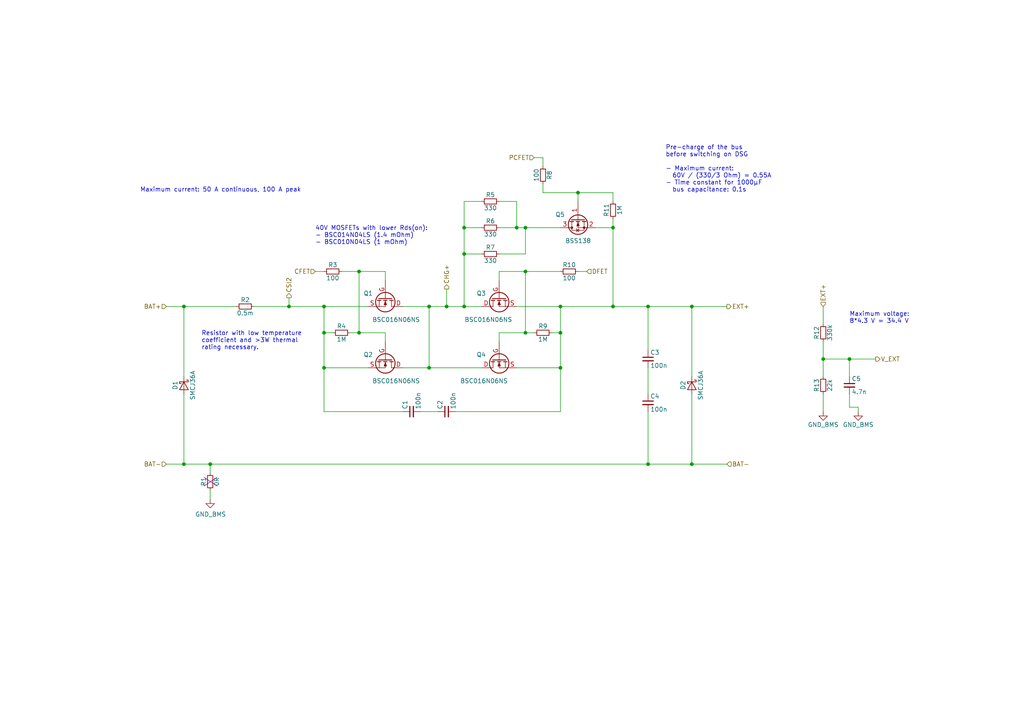
<source format=kicad_sch>
(kicad_sch
	(version 20250114)
	(generator "eeschema")
	(generator_version "9.0")
	(uuid "66a1c6c7-46d2-4339-9a10-7a1ce026a463")
	(paper "A4")
	(lib_symbols
		(symbol "LibreSolar:Q_NMOS"
			(pin_names
				(offset 0)
				(hide yes)
			)
			(exclude_from_sim no)
			(in_bom yes)
			(on_board yes)
			(property "Reference" "Q"
				(at 5.08 1.27 0)
				(effects
					(font
						(size 1.27 1.27)
					)
					(justify left)
				)
			)
			(property "Value" "Q_NMOS"
				(at 5.08 -1.27 0)
				(effects
					(font
						(size 1.27 1.27)
					)
					(justify left)
				)
			)
			(property "Footprint" ""
				(at 5.08 2.54 0)
				(effects
					(font
						(size 1.27 1.27)
					)
				)
			)
			(property "Datasheet" ""
				(at 0 0 0)
				(effects
					(font
						(size 1.27 1.27)
					)
				)
			)
			(property "Description" "Transistor N-MOSFET (general)"
				(at 0 0 0)
				(effects
					(font
						(size 1.27 1.27)
					)
					(hide yes)
				)
			)
			(property "ki_keywords" "nmos n-mos n-mosfet transistor"
				(at 0 0 0)
				(effects
					(font
						(size 1.27 1.27)
					)
					(hide yes)
				)
			)
			(symbol "Q_NMOS_0_1"
				(polyline
					(pts
						(xy 0.254 1.905) (xy 0.254 -1.905) (xy 0.254 -1.905)
					)
					(stroke
						(width 0.254)
						(type default)
					)
					(fill
						(type none)
					)
				)
				(polyline
					(pts
						(xy 0.762 2.286) (xy 0.762 1.27)
					)
					(stroke
						(width 0.254)
						(type default)
					)
					(fill
						(type none)
					)
				)
				(polyline
					(pts
						(xy 0.762 1.778) (xy 2.54 1.778)
					)
					(stroke
						(width 0)
						(type default)
					)
					(fill
						(type none)
					)
				)
				(polyline
					(pts
						(xy 0.762 0.508) (xy 0.762 -0.508)
					)
					(stroke
						(width 0.254)
						(type default)
					)
					(fill
						(type none)
					)
				)
				(polyline
					(pts
						(xy 0.762 0) (xy 2.54 0)
					)
					(stroke
						(width 0)
						(type default)
					)
					(fill
						(type none)
					)
				)
				(polyline
					(pts
						(xy 0.762 -1.27) (xy 0.762 -2.286)
					)
					(stroke
						(width 0.254)
						(type default)
					)
					(fill
						(type none)
					)
				)
				(polyline
					(pts
						(xy 0.762 -1.778) (xy 2.54 -1.778)
					)
					(stroke
						(width 0)
						(type default)
					)
					(fill
						(type none)
					)
				)
				(polyline
					(pts
						(xy 1.016 0) (xy 2.032 0.381) (xy 2.032 -0.381) (xy 1.016 0)
					)
					(stroke
						(width 0)
						(type default)
					)
					(fill
						(type outline)
					)
				)
				(circle
					(center 1.27 0)
					(radius 2.8194)
					(stroke
						(width 0.254)
						(type default)
					)
					(fill
						(type none)
					)
				)
				(polyline
					(pts
						(xy 2.54 2.54) (xy 2.54 1.778)
					)
					(stroke
						(width 0)
						(type default)
					)
					(fill
						(type none)
					)
				)
				(polyline
					(pts
						(xy 2.54 -1.778) (xy 2.54 0)
					)
					(stroke
						(width 0)
						(type default)
					)
					(fill
						(type none)
					)
				)
				(polyline
					(pts
						(xy 2.54 -1.778) (xy 2.54 -2.54)
					)
					(stroke
						(width 0)
						(type default)
					)
					(fill
						(type none)
					)
				)
			)
			(symbol "Q_NMOS_1_1"
				(pin input line
					(at -5.08 0 0)
					(length 5.334)
					(name "G"
						(effects
							(font
								(size 1.27 1.27)
							)
						)
					)
					(number "G"
						(effects
							(font
								(size 1.27 1.27)
							)
						)
					)
				)
				(pin passive line
					(at 2.54 5.08 270)
					(length 2.54)
					(name "D"
						(effects
							(font
								(size 1.27 1.27)
							)
						)
					)
					(number "D"
						(effects
							(font
								(size 1.27 1.27)
							)
						)
					)
				)
				(pin passive line
					(at 2.54 -5.08 90)
					(length 2.54)
					(name "S"
						(effects
							(font
								(size 1.27 1.27)
							)
						)
					)
					(number "S"
						(effects
							(font
								(size 1.27 1.27)
							)
						)
					)
				)
			)
			(embedded_fonts no)
		)
		(symbol "Project:C"
			(pin_numbers
				(hide yes)
			)
			(pin_names
				(offset 0.254)
				(hide yes)
			)
			(exclude_from_sim no)
			(in_bom yes)
			(on_board yes)
			(property "Reference" "C"
				(at 0.635 1.905 0)
				(effects
					(font
						(size 1.27 1.27)
					)
					(justify left)
				)
			)
			(property "Value" "C"
				(at 0.635 -1.905 0)
				(effects
					(font
						(size 1.27 1.27)
					)
					(justify left)
				)
			)
			(property "Footprint" ""
				(at 0 -5.08 0)
				(effects
					(font
						(size 1.27 1.27)
					)
					(hide yes)
				)
			)
			(property "Datasheet" ""
				(at 0.635 1.905 0)
				(effects
					(font
						(size 1.27 1.27)
					)
				)
			)
			(property "Description" "Unpolarized capacitor"
				(at 0 0 0)
				(effects
					(font
						(size 1.27 1.27)
					)
					(hide yes)
				)
			)
			(property "ki_fp_filters" "C? C_????_* C_???? SMD*_c Capacitor*"
				(at 0 0 0)
				(effects
					(font
						(size 1.27 1.27)
					)
					(hide yes)
				)
			)
			(symbol "C_0_1"
				(polyline
					(pts
						(xy -1.524 0.508) (xy 0 0.508) (xy 1.524 0.508)
					)
					(stroke
						(width 0.3048)
						(type solid)
					)
					(fill
						(type none)
					)
				)
				(polyline
					(pts
						(xy -1.524 -0.508) (xy 1.524 -0.508)
					)
					(stroke
						(width 0.3302)
						(type solid)
					)
					(fill
						(type none)
					)
				)
			)
			(symbol "C_1_1"
				(pin passive line
					(at 0 2.54 270)
					(length 1.905)
					(name "~"
						(effects
							(font
								(size 1.016 1.016)
							)
						)
					)
					(number "1"
						(effects
							(font
								(size 1.016 1.016)
							)
						)
					)
				)
				(pin passive line
					(at 0 -2.54 90)
					(length 2.032)
					(name "~"
						(effects
							(font
								(size 1.016 1.016)
							)
						)
					)
					(number "2"
						(effects
							(font
								(size 1.016 1.016)
							)
						)
					)
				)
			)
			(embedded_fonts no)
		)
		(symbol "Project:D_Schottky"
			(pin_numbers
				(hide yes)
			)
			(pin_names
				(offset 0.254)
				(hide yes)
			)
			(exclude_from_sim no)
			(in_bom yes)
			(on_board yes)
			(property "Reference" "D"
				(at 0 2.54 0)
				(effects
					(font
						(size 1.27 1.27)
					)
				)
			)
			(property "Value" "D_Schottky"
				(at 0 -2.54 0)
				(effects
					(font
						(size 1.27 1.27)
					)
				)
			)
			(property "Footprint" ""
				(at 0 0 90)
				(effects
					(font
						(size 1.27 1.27)
					)
				)
			)
			(property "Datasheet" ""
				(at 0 0 90)
				(effects
					(font
						(size 1.27 1.27)
					)
				)
			)
			(property "Description" "Diode Schottky"
				(at 0 0 0)
				(effects
					(font
						(size 1.27 1.27)
					)
					(hide yes)
				)
			)
			(property "ki_fp_filters" "Diode_* D-Pak_TO252AA *SingleDiode *SingleDiode* *_Diode_*"
				(at 0 0 0)
				(effects
					(font
						(size 1.27 1.27)
					)
					(hide yes)
				)
			)
			(symbol "D_Schottky_0_1"
				(polyline
					(pts
						(xy -1.016 1.27) (xy -0.508 1.27) (xy -0.508 0.762)
					)
					(stroke
						(width 0.2032)
						(type solid)
					)
					(fill
						(type none)
					)
				)
				(polyline
					(pts
						(xy -1.016 -1.27) (xy -1.016 1.27)
					)
					(stroke
						(width 0.2032)
						(type solid)
					)
					(fill
						(type none)
					)
				)
				(polyline
					(pts
						(xy -1.016 -1.27) (xy -1.524 -1.27) (xy -1.524 -0.762)
					)
					(stroke
						(width 0.2032)
						(type solid)
					)
					(fill
						(type none)
					)
				)
				(polyline
					(pts
						(xy 1.27 0) (xy -1.27 0)
					)
					(stroke
						(width 0)
						(type solid)
					)
					(fill
						(type none)
					)
				)
				(polyline
					(pts
						(xy 1.27 -1.27) (xy -1.016 0) (xy 1.27 1.27) (xy 1.27 -1.27)
					)
					(stroke
						(width 0.2032)
						(type solid)
					)
					(fill
						(type none)
					)
				)
			)
			(symbol "D_Schottky_1_1"
				(pin passive line
					(at -2.54 0 0)
					(length 1.27)
					(name "K"
						(effects
							(font
								(size 1.27 1.27)
							)
						)
					)
					(number "1"
						(effects
							(font
								(size 1.27 1.27)
							)
						)
					)
				)
				(pin passive line
					(at 2.54 0 180)
					(length 1.27)
					(name "A"
						(effects
							(font
								(size 1.27 1.27)
							)
						)
					)
					(number "2"
						(effects
							(font
								(size 1.27 1.27)
							)
						)
					)
				)
			)
			(embedded_fonts no)
		)
		(symbol "Project:Q_NMOS_GSD"
			(pin_names
				(offset 0)
				(hide yes)
			)
			(exclude_from_sim no)
			(in_bom yes)
			(on_board yes)
			(property "Reference" "Q"
				(at 5.08 1.27 0)
				(effects
					(font
						(size 1.27 1.27)
					)
					(justify left)
				)
			)
			(property "Value" "Q_NMOS_GSD"
				(at 5.08 -1.27 0)
				(effects
					(font
						(size 1.27 1.27)
					)
					(justify left)
				)
			)
			(property "Footprint" ""
				(at 5.08 2.54 0)
				(effects
					(font
						(size 1.27 1.27)
					)
					(hide yes)
				)
			)
			(property "Datasheet" "~"
				(at 0 0 0)
				(effects
					(font
						(size 1.27 1.27)
					)
					(hide yes)
				)
			)
			(property "Description" "Transistor N-MOSFETwith substrate diode (general)"
				(at 0 0 0)
				(effects
					(font
						(size 1.27 1.27)
					)
					(hide yes)
				)
			)
			(property "ki_keywords" "NMOS n-mos n-mosfet transistor"
				(at 0 0 0)
				(effects
					(font
						(size 1.27 1.27)
					)
					(hide yes)
				)
			)
			(symbol "Q_NMOS_GSD_0_1"
				(polyline
					(pts
						(xy 0.0508 0) (xy 0.254 0)
					)
					(stroke
						(width 0)
						(type solid)
					)
					(fill
						(type none)
					)
				)
				(polyline
					(pts
						(xy 0.254 1.905) (xy 0.254 -1.905) (xy 0.254 -1.905)
					)
					(stroke
						(width 0.254)
						(type solid)
					)
					(fill
						(type none)
					)
				)
				(polyline
					(pts
						(xy 0.762 2.286) (xy 0.762 1.27)
					)
					(stroke
						(width 0.254)
						(type solid)
					)
					(fill
						(type none)
					)
				)
				(polyline
					(pts
						(xy 0.762 1.778) (xy 2.54 1.778)
					)
					(stroke
						(width 0)
						(type solid)
					)
					(fill
						(type none)
					)
				)
				(polyline
					(pts
						(xy 0.762 0.508) (xy 0.762 -0.508)
					)
					(stroke
						(width 0.254)
						(type solid)
					)
					(fill
						(type none)
					)
				)
				(polyline
					(pts
						(xy 0.762 0) (xy 2.54 0)
					)
					(stroke
						(width 0)
						(type solid)
					)
					(fill
						(type none)
					)
				)
				(polyline
					(pts
						(xy 0.762 -1.27) (xy 0.762 -2.286)
					)
					(stroke
						(width 0.254)
						(type solid)
					)
					(fill
						(type none)
					)
				)
				(polyline
					(pts
						(xy 0.762 -1.778) (xy 2.54 -1.778)
					)
					(stroke
						(width 0)
						(type solid)
					)
					(fill
						(type none)
					)
				)
				(polyline
					(pts
						(xy 1.016 0) (xy 2.032 0.381) (xy 2.032 -0.381) (xy 1.016 0)
					)
					(stroke
						(width 0)
						(type solid)
					)
					(fill
						(type outline)
					)
				)
				(circle
					(center 1.651 0)
					(radius 2.8194)
					(stroke
						(width 0.254)
						(type solid)
					)
					(fill
						(type none)
					)
				)
				(polyline
					(pts
						(xy 2.54 2.54) (xy 2.54 1.778)
					)
					(stroke
						(width 0)
						(type solid)
					)
					(fill
						(type none)
					)
				)
				(circle
					(center 2.54 1.778)
					(radius 0.2794)
					(stroke
						(width 0)
						(type solid)
					)
					(fill
						(type outline)
					)
				)
				(polyline
					(pts
						(xy 2.54 -1.778) (xy 2.54 0)
					)
					(stroke
						(width 0)
						(type solid)
					)
					(fill
						(type none)
					)
				)
				(polyline
					(pts
						(xy 2.54 -1.778) (xy 2.54 -2.54)
					)
					(stroke
						(width 0)
						(type solid)
					)
					(fill
						(type none)
					)
				)
				(polyline
					(pts
						(xy 2.54 -1.778) (xy 3.302 -1.778) (xy 3.302 1.778) (xy 2.54 1.778)
					)
					(stroke
						(width 0)
						(type solid)
					)
					(fill
						(type none)
					)
				)
				(circle
					(center 2.54 -1.778)
					(radius 0.2794)
					(stroke
						(width 0)
						(type solid)
					)
					(fill
						(type outline)
					)
				)
				(polyline
					(pts
						(xy 2.794 0.508) (xy 2.921 0.381) (xy 3.683 0.381) (xy 3.81 0.254)
					)
					(stroke
						(width 0)
						(type solid)
					)
					(fill
						(type none)
					)
				)
				(polyline
					(pts
						(xy 3.302 0.381) (xy 2.921 -0.254) (xy 3.683 -0.254) (xy 3.302 0.381)
					)
					(stroke
						(width 0)
						(type solid)
					)
					(fill
						(type none)
					)
				)
			)
			(symbol "Q_NMOS_GSD_1_1"
				(pin input line
					(at -5.08 0 0)
					(length 5.08)
					(name "G"
						(effects
							(font
								(size 1.27 1.27)
							)
						)
					)
					(number "1"
						(effects
							(font
								(size 1.27 1.27)
							)
						)
					)
				)
				(pin passive line
					(at 2.54 5.08 270)
					(length 2.54)
					(name "D"
						(effects
							(font
								(size 1.27 1.27)
							)
						)
					)
					(number "3"
						(effects
							(font
								(size 1.27 1.27)
							)
						)
					)
				)
				(pin passive line
					(at 2.54 -5.08 90)
					(length 2.54)
					(name "S"
						(effects
							(font
								(size 1.27 1.27)
							)
						)
					)
					(number "2"
						(effects
							(font
								(size 1.27 1.27)
							)
						)
					)
				)
			)
			(embedded_fonts no)
		)
		(symbol "Project:R"
			(pin_numbers
				(hide yes)
			)
			(pin_names
				(offset 0.254)
				(hide yes)
			)
			(exclude_from_sim no)
			(in_bom yes)
			(on_board yes)
			(property "Reference" "R"
				(at -1.905 0 90)
				(effects
					(font
						(size 1.27 1.27)
					)
				)
			)
			(property "Value" "R"
				(at 1.905 0 90)
				(effects
					(font
						(size 1.27 1.27)
					)
				)
			)
			(property "Footprint" ""
				(at -4.445 -2.54 90)
				(effects
					(font
						(size 1.27 1.27)
					)
					(hide yes)
				)
			)
			(property "Datasheet" ""
				(at 0 0 0)
				(effects
					(font
						(size 1.27 1.27)
					)
				)
			)
			(property "Description" "Resistor"
				(at 0 0 0)
				(effects
					(font
						(size 1.27 1.27)
					)
					(hide yes)
				)
			)
			(property "ki_fp_filters" "Resistor_* R_*"
				(at 0 0 0)
				(effects
					(font
						(size 1.27 1.27)
					)
					(hide yes)
				)
			)
			(symbol "R_0_1"
				(rectangle
					(start -0.762 1.778)
					(end 0.762 -1.778)
					(stroke
						(width 0.2032)
						(type solid)
					)
					(fill
						(type none)
					)
				)
			)
			(symbol "R_1_1"
				(pin passive line
					(at 0 2.54 270)
					(length 0.762)
					(name "~"
						(effects
							(font
								(size 1.016 1.016)
							)
						)
					)
					(number "1"
						(effects
							(font
								(size 1.016 1.016)
							)
						)
					)
				)
				(pin passive line
					(at 0 -2.54 90)
					(length 0.762)
					(name "~"
						(effects
							(font
								(size 1.016 1.016)
							)
						)
					)
					(number "2"
						(effects
							(font
								(size 1.016 1.016)
							)
						)
					)
				)
			)
			(embedded_fonts no)
		)
		(symbol "bms-8s50-ic-rescue:GND-power"
			(power)
			(pin_names
				(offset 0)
			)
			(exclude_from_sim no)
			(in_bom yes)
			(on_board yes)
			(property "Reference" "#PWR"
				(at 0 -6.35 0)
				(effects
					(font
						(size 1.27 1.27)
					)
					(hide yes)
				)
			)
			(property "Value" "power_GND"
				(at 0 -3.81 0)
				(effects
					(font
						(size 1.27 1.27)
					)
				)
			)
			(property "Footprint" ""
				(at 0 0 0)
				(effects
					(font
						(size 1.27 1.27)
					)
					(hide yes)
				)
			)
			(property "Datasheet" ""
				(at 0 0 0)
				(effects
					(font
						(size 1.27 1.27)
					)
					(hide yes)
				)
			)
			(property "Description" ""
				(at 0 0 0)
				(effects
					(font
						(size 1.27 1.27)
					)
					(hide yes)
				)
			)
			(symbol "GND-power_0_1"
				(polyline
					(pts
						(xy 0 0) (xy 0 -1.27) (xy 1.27 -1.27) (xy 0 -2.54) (xy -1.27 -1.27) (xy 0 -1.27)
					)
					(stroke
						(width 0)
						(type solid)
					)
					(fill
						(type none)
					)
				)
			)
			(symbol "GND-power_1_1"
				(pin power_in line
					(at 0 0 270)
					(length 0)
					(hide yes)
					(name "GND"
						(effects
							(font
								(size 1.27 1.27)
							)
						)
					)
					(number "1"
						(effects
							(font
								(size 1.27 1.27)
							)
						)
					)
				)
			)
			(embedded_fonts no)
		)
	)
	(text "40V MOSFETs with lower Rds(on):\n- BSC014N04LS (1.4 mOhm)\n- BSC010N04LS (1 mOhm)"
		(exclude_from_sim no)
		(at 91.44 71.12 0)
		(effects
			(font
				(size 1.27 1.27)
			)
			(justify left bottom)
		)
		(uuid "06749541-2c2b-440f-8e6c-38579f160539")
	)
	(text "Maximum voltage:\n8*4.3 V = 34.4 V"
		(exclude_from_sim no)
		(at 246.38 93.98 0)
		(effects
			(font
				(size 1.27 1.27)
			)
			(justify left bottom)
		)
		(uuid "2d2c6809-5541-4cd7-89e5-decd881e24a2")
	)
	(text "Pre-charge of the bus\nbefore switching on DSG\n\n- Maximum current:\n  60V / (330/3 Ohm) = 0.55A\n- Time constant for 1000µF\n  bus capacitance: 0.1s"
		(exclude_from_sim no)
		(at 193.04 55.88 0)
		(effects
			(font
				(size 1.27 1.27)
			)
			(justify left bottom)
		)
		(uuid "d8ff2172-b059-46fb-9c72-a0bdbe25b4a9")
	)
	(text "Resistor with low temperature\ncoefficient and >3W thermal\nrating necessary."
		(exclude_from_sim no)
		(at 58.42 101.6 0)
		(effects
			(font
				(size 1.27 1.27)
			)
			(justify left bottom)
		)
		(uuid "dc9c6912-af01-4aa0-b50b-8171e77af952")
	)
	(text "Maximum current: 50 A continuous, 100 A peak"
		(exclude_from_sim no)
		(at 40.64 55.88 0)
		(effects
			(font
				(size 1.27 1.27)
			)
			(justify left bottom)
		)
		(uuid "eb358411-ff6f-439e-9255-06606ca19dbf")
	)
	(junction
		(at 162.56 96.52)
		(diameter 0)
		(color 0 0 0 0)
		(uuid "00e7f1cf-3120-40fc-ab04-4e582fc05b9f")
	)
	(junction
		(at 53.34 134.62)
		(diameter 0)
		(color 0 0 0 0)
		(uuid "033b5aae-ca73-45f3-834b-f426ce155ee1")
	)
	(junction
		(at 83.82 88.9)
		(diameter 0)
		(color 0 0 0 0)
		(uuid "0a425409-80e7-4965-9e85-eb8555b3e084")
	)
	(junction
		(at 124.46 88.9)
		(diameter 0)
		(color 0 0 0 0)
		(uuid "100302ac-cceb-40ad-946e-631a6ef4d014")
	)
	(junction
		(at 134.62 88.9)
		(diameter 0)
		(color 0 0 0 0)
		(uuid "10a454e2-ab1a-40aa-898d-d79c95ce1e1b")
	)
	(junction
		(at 152.4 96.52)
		(diameter 0)
		(color 0 0 0 0)
		(uuid "13d1a118-688a-4f14-883e-7d0cfac62025")
	)
	(junction
		(at 152.4 66.04)
		(diameter 0)
		(color 0 0 0 0)
		(uuid "1939be88-cb83-4cca-be93-20e80dba8fba")
	)
	(junction
		(at 177.8 66.04)
		(diameter 0)
		(color 0 0 0 0)
		(uuid "2c5bd947-aeb9-4deb-915c-8649b0e2b3d8")
	)
	(junction
		(at 238.76 104.14)
		(diameter 0)
		(color 0 0 0 0)
		(uuid "395cc2a7-e697-43a8-8695-d68d9a0450fe")
	)
	(junction
		(at 162.56 88.9)
		(diameter 0)
		(color 0 0 0 0)
		(uuid "46f9fd89-e4c1-43c2-a471-efcc578d5ecb")
	)
	(junction
		(at 104.14 96.52)
		(diameter 0)
		(color 0 0 0 0)
		(uuid "48047d2b-37af-4571-b8ac-5c575a54e889")
	)
	(junction
		(at 167.64 55.88)
		(diameter 0)
		(color 0 0 0 0)
		(uuid "51335f00-5779-4148-be4e-5314d5b32af9")
	)
	(junction
		(at 162.56 106.68)
		(diameter 0)
		(color 0 0 0 0)
		(uuid "54f1041f-68f3-4cee-887d-2cc517488c05")
	)
	(junction
		(at 93.98 88.9)
		(diameter 0)
		(color 0 0 0 0)
		(uuid "5c09687b-8500-4666-978e-498f2263df85")
	)
	(junction
		(at 177.8 88.9)
		(diameter 0)
		(color 0 0 0 0)
		(uuid "602ae3f7-6b07-48af-bf93-cd4777d07149")
	)
	(junction
		(at 149.86 66.04)
		(diameter 0)
		(color 0 0 0 0)
		(uuid "72193fb2-140a-497f-8d9b-68162c0573cd")
	)
	(junction
		(at 152.4 78.74)
		(diameter 0)
		(color 0 0 0 0)
		(uuid "729b1a75-fbd1-4010-833a-b78df070caa3")
	)
	(junction
		(at 93.98 106.68)
		(diameter 0)
		(color 0 0 0 0)
		(uuid "7733f8f8-a4bd-45ee-9769-d39fc1a4e648")
	)
	(junction
		(at 53.34 88.9)
		(diameter 0)
		(color 0 0 0 0)
		(uuid "7adf72b1-7ebc-452a-818b-a099aa81b8dc")
	)
	(junction
		(at 200.66 88.9)
		(diameter 0)
		(color 0 0 0 0)
		(uuid "854657dd-5810-49e4-b592-d611bf8895b1")
	)
	(junction
		(at 134.62 66.04)
		(diameter 0)
		(color 0 0 0 0)
		(uuid "9a41c45f-c699-4837-babe-7e9b4f9cca29")
	)
	(junction
		(at 200.66 134.62)
		(diameter 0)
		(color 0 0 0 0)
		(uuid "9ffb07ee-305f-4043-9f26-5adb25855962")
	)
	(junction
		(at 104.14 78.74)
		(diameter 0)
		(color 0 0 0 0)
		(uuid "a25cb822-2ed6-4b94-b1b4-9abf6967b935")
	)
	(junction
		(at 60.96 134.62)
		(diameter 0)
		(color 0 0 0 0)
		(uuid "b8e293a0-09d4-4a30-b6c7-c85b21a943f4")
	)
	(junction
		(at 187.96 88.9)
		(diameter 0)
		(color 0 0 0 0)
		(uuid "c0b89b54-ac0b-4df3-864e-2b1deb77c791")
	)
	(junction
		(at 187.96 134.62)
		(diameter 0)
		(color 0 0 0 0)
		(uuid "cdbe3af0-9d1d-4844-bb99-29e76b3254f8")
	)
	(junction
		(at 246.38 104.14)
		(diameter 0)
		(color 0 0 0 0)
		(uuid "d4914c8c-aa71-44d6-b03f-3b15c835ce77")
	)
	(junction
		(at 129.54 88.9)
		(diameter 0)
		(color 0 0 0 0)
		(uuid "dcbf213b-fd8b-49c7-bbb2-ef6634d86da9")
	)
	(junction
		(at 124.46 106.68)
		(diameter 0)
		(color 0 0 0 0)
		(uuid "dd1cd07d-d579-458e-b85d-c6bbb33f4541")
	)
	(junction
		(at 93.98 96.52)
		(diameter 0)
		(color 0 0 0 0)
		(uuid "ed637d75-533b-4515-aee3-2beab165a3a5")
	)
	(junction
		(at 134.62 73.66)
		(diameter 0)
		(color 0 0 0 0)
		(uuid "eed50bb3-4bdd-4591-98fc-1268cc283fb1")
	)
	(wire
		(pts
			(xy 152.4 78.74) (xy 162.56 78.74)
		)
		(stroke
			(width 0)
			(type default)
		)
		(uuid "01664cab-3ff1-4c1d-98de-a5ed8cb9b065")
	)
	(wire
		(pts
			(xy 187.96 88.9) (xy 200.66 88.9)
		)
		(stroke
			(width 0)
			(type default)
		)
		(uuid "02ab4293-ba45-4b15-9eb1-7127ef4e0474")
	)
	(wire
		(pts
			(xy 129.54 83.82) (xy 129.54 88.9)
		)
		(stroke
			(width 0)
			(type default)
		)
		(uuid "0e15a9ca-06cd-40c7-9e5c-0556f944e034")
	)
	(wire
		(pts
			(xy 53.34 134.62) (xy 60.96 134.62)
		)
		(stroke
			(width 0)
			(type default)
		)
		(uuid "0e8c276c-1290-40f0-9df5-5a37e5c11681")
	)
	(wire
		(pts
			(xy 60.96 142.24) (xy 60.96 144.78)
		)
		(stroke
			(width 0)
			(type default)
		)
		(uuid "100a1677-8a20-43ec-a38a-1e10e424cdda")
	)
	(wire
		(pts
			(xy 160.02 96.52) (xy 162.56 96.52)
		)
		(stroke
			(width 0)
			(type default)
		)
		(uuid "13415ede-84e4-42da-8225-b6562c1de827")
	)
	(wire
		(pts
			(xy 83.82 88.9) (xy 83.82 86.36)
		)
		(stroke
			(width 0)
			(type default)
		)
		(uuid "1441fede-4dbb-4d65-be01-eb0b1a0f4811")
	)
	(wire
		(pts
			(xy 93.98 96.52) (xy 93.98 106.68)
		)
		(stroke
			(width 0)
			(type default)
		)
		(uuid "1504694c-03f4-48e0-a754-c23ba4695c8d")
	)
	(wire
		(pts
			(xy 134.62 73.66) (xy 134.62 88.9)
		)
		(stroke
			(width 0)
			(type default)
		)
		(uuid "16538ee0-bde8-4e71-b16a-719dbed4edda")
	)
	(wire
		(pts
			(xy 238.76 104.14) (xy 238.76 109.22)
		)
		(stroke
			(width 0)
			(type default)
		)
		(uuid "166a8690-1074-423a-82ab-69d5a56b9533")
	)
	(wire
		(pts
			(xy 246.38 104.14) (xy 246.38 109.22)
		)
		(stroke
			(width 0)
			(type default)
		)
		(uuid "16d18d13-6f1c-4535-97df-b98ed7bed4b9")
	)
	(wire
		(pts
			(xy 162.56 106.68) (xy 162.56 119.38)
		)
		(stroke
			(width 0)
			(type default)
		)
		(uuid "21f95b04-7e74-4b50-b165-6e40f5d21152")
	)
	(wire
		(pts
			(xy 177.8 63.5) (xy 177.8 66.04)
		)
		(stroke
			(width 0)
			(type default)
		)
		(uuid "2c63733c-4951-49ea-971e-5aaa273f1621")
	)
	(wire
		(pts
			(xy 134.62 73.66) (xy 139.7 73.66)
		)
		(stroke
			(width 0)
			(type default)
		)
		(uuid "2e787ba8-7a69-4c6f-9b35-832c87956e70")
	)
	(wire
		(pts
			(xy 170.18 78.74) (xy 167.64 78.74)
		)
		(stroke
			(width 0)
			(type default)
		)
		(uuid "2ec07987-4e28-45a3-a201-9cd2bc46a498")
	)
	(wire
		(pts
			(xy 60.96 134.62) (xy 187.96 134.62)
		)
		(stroke
			(width 0)
			(type default)
		)
		(uuid "2f4c6bf2-9913-4808-a6a6-abdf027e8be3")
	)
	(wire
		(pts
			(xy 53.34 114.3) (xy 53.34 134.62)
		)
		(stroke
			(width 0)
			(type default)
		)
		(uuid "32de5b31-4e9a-4e34-ab1d-040d862c5a0a")
	)
	(wire
		(pts
			(xy 144.78 78.74) (xy 152.4 78.74)
		)
		(stroke
			(width 0)
			(type default)
		)
		(uuid "32e1ca12-a1b0-4713-8e7a-fdd8f5fd2f68")
	)
	(wire
		(pts
			(xy 134.62 58.42) (xy 134.62 66.04)
		)
		(stroke
			(width 0)
			(type default)
		)
		(uuid "3966d6a5-0e24-4443-8c9f-c5d813feff98")
	)
	(wire
		(pts
			(xy 157.48 53.34) (xy 157.48 55.88)
		)
		(stroke
			(width 0)
			(type default)
		)
		(uuid "39b3beac-00cf-4b89-a39a-d131ecfacc5a")
	)
	(wire
		(pts
			(xy 101.6 96.52) (xy 104.14 96.52)
		)
		(stroke
			(width 0)
			(type default)
		)
		(uuid "3cd28676-9bcb-4d86-a0ed-d4ba1c235cb0")
	)
	(wire
		(pts
			(xy 129.54 88.9) (xy 134.62 88.9)
		)
		(stroke
			(width 0)
			(type default)
		)
		(uuid "3f685d90-2823-4cbe-b50d-7e5bd27be687")
	)
	(wire
		(pts
			(xy 149.86 66.04) (xy 149.86 58.42)
		)
		(stroke
			(width 0)
			(type default)
		)
		(uuid "4058e255-5c30-4095-be5e-e1bcd574c69b")
	)
	(wire
		(pts
			(xy 53.34 88.9) (xy 53.34 109.22)
		)
		(stroke
			(width 0)
			(type default)
		)
		(uuid "4349ee9d-f8c0-405a-833a-b89a345a636a")
	)
	(wire
		(pts
			(xy 187.96 119.38) (xy 187.96 134.62)
		)
		(stroke
			(width 0)
			(type default)
		)
		(uuid "44d6628d-5fdc-4b3b-ab01-245c20c32b97")
	)
	(wire
		(pts
			(xy 144.78 66.04) (xy 149.86 66.04)
		)
		(stroke
			(width 0)
			(type default)
		)
		(uuid "464b7838-a80b-4e59-b760-9d081efdda27")
	)
	(wire
		(pts
			(xy 200.66 88.9) (xy 210.82 88.9)
		)
		(stroke
			(width 0)
			(type default)
		)
		(uuid "5118a834-0b84-47f0-9609-27896311ba5e")
	)
	(wire
		(pts
			(xy 246.38 118.11) (xy 246.38 114.3)
		)
		(stroke
			(width 0)
			(type default)
		)
		(uuid "526990ca-7df3-4d15-938e-8741bac7ed25")
	)
	(wire
		(pts
			(xy 162.56 119.38) (xy 132.08 119.38)
		)
		(stroke
			(width 0)
			(type default)
		)
		(uuid "54752d35-60c7-4dda-afc8-ec059a40c8c4")
	)
	(wire
		(pts
			(xy 152.4 96.52) (xy 154.94 96.52)
		)
		(stroke
			(width 0)
			(type default)
		)
		(uuid "54be8abb-c03f-47b3-bb77-f9b5f779bf26")
	)
	(wire
		(pts
			(xy 152.4 73.66) (xy 152.4 66.04)
		)
		(stroke
			(width 0)
			(type default)
		)
		(uuid "55dc47e5-9bd7-472b-880c-2e26a920d369")
	)
	(wire
		(pts
			(xy 124.46 88.9) (xy 124.46 106.68)
		)
		(stroke
			(width 0)
			(type default)
		)
		(uuid "56275954-c4a1-4292-b065-6f883e23b30d")
	)
	(wire
		(pts
			(xy 60.96 137.16) (xy 60.96 134.62)
		)
		(stroke
			(width 0)
			(type default)
		)
		(uuid "63e063af-243b-4edb-ba88-070cbb6f34a3")
	)
	(wire
		(pts
			(xy 162.56 88.9) (xy 162.56 96.52)
		)
		(stroke
			(width 0)
			(type default)
		)
		(uuid "66f52984-f298-48bb-90ed-8a24abedd8fe")
	)
	(wire
		(pts
			(xy 157.48 45.72) (xy 157.48 48.26)
		)
		(stroke
			(width 0)
			(type default)
		)
		(uuid "6902dbf4-00ed-447b-905e-889dc15401e1")
	)
	(wire
		(pts
			(xy 93.98 88.9) (xy 83.82 88.9)
		)
		(stroke
			(width 0)
			(type default)
		)
		(uuid "69d11694-53b6-4fbc-9158-2aa8be1fcd57")
	)
	(wire
		(pts
			(xy 238.76 104.14) (xy 246.38 104.14)
		)
		(stroke
			(width 0)
			(type default)
		)
		(uuid "6f67f032-9e40-4c1e-b588-d9424afbe014")
	)
	(wire
		(pts
			(xy 116.84 106.68) (xy 124.46 106.68)
		)
		(stroke
			(width 0)
			(type default)
		)
		(uuid "75af9909-8faa-4caf-89f8-a1afd6404a3d")
	)
	(wire
		(pts
			(xy 144.78 96.52) (xy 152.4 96.52)
		)
		(stroke
			(width 0)
			(type default)
		)
		(uuid "76e214ca-b820-47ef-998e-e4729c2b2515")
	)
	(wire
		(pts
			(xy 116.84 88.9) (xy 124.46 88.9)
		)
		(stroke
			(width 0)
			(type default)
		)
		(uuid "770e3b2b-9adb-4353-b9c1-2206316e3f5a")
	)
	(wire
		(pts
			(xy 96.52 96.52) (xy 93.98 96.52)
		)
		(stroke
			(width 0)
			(type default)
		)
		(uuid "783a6683-0692-43a4-ac7c-b1d82ec38c4c")
	)
	(wire
		(pts
			(xy 246.38 104.14) (xy 254 104.14)
		)
		(stroke
			(width 0)
			(type default)
		)
		(uuid "823b9fcd-57f1-43ba-bfa1-caa7b2b9b098")
	)
	(wire
		(pts
			(xy 93.98 88.9) (xy 106.68 88.9)
		)
		(stroke
			(width 0)
			(type default)
		)
		(uuid "873d753b-99aa-4e4d-835f-660a71f861fb")
	)
	(wire
		(pts
			(xy 134.62 88.9) (xy 139.7 88.9)
		)
		(stroke
			(width 0)
			(type default)
		)
		(uuid "8bf66801-8b24-4df7-a323-1535ef086522")
	)
	(wire
		(pts
			(xy 248.92 118.11) (xy 248.92 119.38)
		)
		(stroke
			(width 0)
			(type default)
		)
		(uuid "8c2bcb6d-4788-45a8-9b99-ffeee81fcc87")
	)
	(wire
		(pts
			(xy 177.8 66.04) (xy 177.8 88.9)
		)
		(stroke
			(width 0)
			(type default)
		)
		(uuid "9055914e-e1a2-4c0c-9bd2-daa7df9bcb01")
	)
	(wire
		(pts
			(xy 162.56 88.9) (xy 177.8 88.9)
		)
		(stroke
			(width 0)
			(type default)
		)
		(uuid "91aa69df-17ab-49e0-ab30-eb07201c4bee")
	)
	(wire
		(pts
			(xy 200.66 88.9) (xy 200.66 109.22)
		)
		(stroke
			(width 0)
			(type default)
		)
		(uuid "947ba156-c3ad-4582-bae9-2a3030d19065")
	)
	(wire
		(pts
			(xy 167.64 58.42) (xy 167.64 55.88)
		)
		(stroke
			(width 0)
			(type default)
		)
		(uuid "97e4ca88-925e-42b3-8677-ccffa714b9ee")
	)
	(wire
		(pts
			(xy 134.62 66.04) (xy 139.7 66.04)
		)
		(stroke
			(width 0)
			(type default)
		)
		(uuid "989218fb-ab30-4136-a1ed-b1ae99f90ee1")
	)
	(wire
		(pts
			(xy 139.7 58.42) (xy 134.62 58.42)
		)
		(stroke
			(width 0)
			(type default)
		)
		(uuid "9a680706-59c0-4974-ba60-b3094b513cfc")
	)
	(wire
		(pts
			(xy 177.8 66.04) (xy 172.72 66.04)
		)
		(stroke
			(width 0)
			(type default)
		)
		(uuid "9bb6f943-4a05-487c-9246-11b97ec5261a")
	)
	(wire
		(pts
			(xy 124.46 106.68) (xy 139.7 106.68)
		)
		(stroke
			(width 0)
			(type default)
		)
		(uuid "9be26b8e-692b-4a28-8b47-362585b44b66")
	)
	(wire
		(pts
			(xy 177.8 88.9) (xy 187.96 88.9)
		)
		(stroke
			(width 0)
			(type default)
		)
		(uuid "9e348654-62eb-4c38-a9e4-e586b42b1672")
	)
	(wire
		(pts
			(xy 99.06 78.74) (xy 104.14 78.74)
		)
		(stroke
			(width 0)
			(type default)
		)
		(uuid "a02b276d-de2c-4c28-ad57-77d2a8d826ef")
	)
	(wire
		(pts
			(xy 154.94 45.72) (xy 157.48 45.72)
		)
		(stroke
			(width 0)
			(type default)
		)
		(uuid "a0399a89-2be6-46d8-ae4a-b3267194a25f")
	)
	(wire
		(pts
			(xy 162.56 106.68) (xy 149.86 106.68)
		)
		(stroke
			(width 0)
			(type default)
		)
		(uuid "a123c00c-83f0-491b-95b5-aebbc147e6cd")
	)
	(wire
		(pts
			(xy 162.56 96.52) (xy 162.56 106.68)
		)
		(stroke
			(width 0)
			(type default)
		)
		(uuid "a2fea958-5cb6-45bf-a77d-e7751f391889")
	)
	(wire
		(pts
			(xy 149.86 58.42) (xy 144.78 58.42)
		)
		(stroke
			(width 0)
			(type default)
		)
		(uuid "a717f859-c1dc-4fd2-8788-fe1096544b7c")
	)
	(wire
		(pts
			(xy 104.14 78.74) (xy 111.76 78.74)
		)
		(stroke
			(width 0)
			(type default)
		)
		(uuid "aaae50f1-97b8-4171-98f8-2feba37a9fb6")
	)
	(wire
		(pts
			(xy 149.86 66.04) (xy 152.4 66.04)
		)
		(stroke
			(width 0)
			(type default)
		)
		(uuid "abb89409-007d-437a-9b00-b1a52eb01d44")
	)
	(wire
		(pts
			(xy 152.4 78.74) (xy 152.4 96.52)
		)
		(stroke
			(width 0)
			(type default)
		)
		(uuid "ac1f30d7-737d-46ea-8267-06d568011c57")
	)
	(wire
		(pts
			(xy 144.78 81.28) (xy 144.78 78.74)
		)
		(stroke
			(width 0)
			(type default)
		)
		(uuid "ae3d7b85-b4ac-4c17-ab1f-5dbc17d44e2b")
	)
	(wire
		(pts
			(xy 73.66 88.9) (xy 83.82 88.9)
		)
		(stroke
			(width 0)
			(type default)
		)
		(uuid "af700a70-e9c5-4d20-840b-2a9189d50dc6")
	)
	(wire
		(pts
			(xy 144.78 73.66) (xy 152.4 73.66)
		)
		(stroke
			(width 0)
			(type default)
		)
		(uuid "afbe199f-2c18-4a7a-ad23-733373ebeaf5")
	)
	(wire
		(pts
			(xy 104.14 96.52) (xy 111.76 96.52)
		)
		(stroke
			(width 0)
			(type default)
		)
		(uuid "b2019476-e6f7-4272-8a76-f92bf2a4cd9e")
	)
	(wire
		(pts
			(xy 91.44 78.74) (xy 93.98 78.74)
		)
		(stroke
			(width 0)
			(type default)
		)
		(uuid "b59e5162-c7c8-44a6-82b3-f99f15c0dd9a")
	)
	(wire
		(pts
			(xy 248.92 118.11) (xy 246.38 118.11)
		)
		(stroke
			(width 0)
			(type default)
		)
		(uuid "c064081e-14b1-42cc-8fc0-efa5c33987dc")
	)
	(wire
		(pts
			(xy 134.62 66.04) (xy 134.62 73.66)
		)
		(stroke
			(width 0)
			(type default)
		)
		(uuid "c3b85dcc-964f-4ef1-8f50-54003d576c75")
	)
	(wire
		(pts
			(xy 177.8 55.88) (xy 167.64 55.88)
		)
		(stroke
			(width 0)
			(type default)
		)
		(uuid "c5ae1070-758e-4791-be32-357581712bba")
	)
	(wire
		(pts
			(xy 93.98 106.68) (xy 93.98 119.38)
		)
		(stroke
			(width 0)
			(type default)
		)
		(uuid "c963e165-da64-48d3-b4dd-83d15de76b1f")
	)
	(wire
		(pts
			(xy 238.76 114.3) (xy 238.76 119.38)
		)
		(stroke
			(width 0)
			(type default)
		)
		(uuid "c96e7880-0600-4fb5-9868-2b8dd3d8d543")
	)
	(wire
		(pts
			(xy 149.86 88.9) (xy 162.56 88.9)
		)
		(stroke
			(width 0)
			(type default)
		)
		(uuid "cb4bc86c-5ade-4bb0-b994-d6f870502083")
	)
	(wire
		(pts
			(xy 152.4 66.04) (xy 162.56 66.04)
		)
		(stroke
			(width 0)
			(type default)
		)
		(uuid "cda12bb9-feba-4df7-963b-74aa1b7165f1")
	)
	(wire
		(pts
			(xy 210.82 134.62) (xy 200.66 134.62)
		)
		(stroke
			(width 0)
			(type default)
		)
		(uuid "ce3fe137-30c0-443b-a447-e8d92a564c05")
	)
	(wire
		(pts
			(xy 93.98 88.9) (xy 93.98 96.52)
		)
		(stroke
			(width 0)
			(type default)
		)
		(uuid "d6842c8e-cfb2-4d93-a842-1d2d2c6f8ec7")
	)
	(wire
		(pts
			(xy 200.66 134.62) (xy 187.96 134.62)
		)
		(stroke
			(width 0)
			(type default)
		)
		(uuid "d83cec5e-95d3-498f-8b44-e5e1bf283301")
	)
	(wire
		(pts
			(xy 238.76 88.9) (xy 238.76 93.98)
		)
		(stroke
			(width 0)
			(type default)
		)
		(uuid "da22a3ca-2f82-49c1-8936-7e80e8d42cd5")
	)
	(wire
		(pts
			(xy 124.46 88.9) (xy 129.54 88.9)
		)
		(stroke
			(width 0)
			(type default)
		)
		(uuid "dc18007a-18d5-4bc1-bdad-3ed54818afe5")
	)
	(wire
		(pts
			(xy 177.8 58.42) (xy 177.8 55.88)
		)
		(stroke
			(width 0)
			(type default)
		)
		(uuid "ddaae9ad-cbc0-4178-98ed-4063719d4034")
	)
	(wire
		(pts
			(xy 104.14 78.74) (xy 104.14 96.52)
		)
		(stroke
			(width 0)
			(type default)
		)
		(uuid "e3650ab6-7687-46a1-9b59-33a516f1bc48")
	)
	(wire
		(pts
			(xy 53.34 88.9) (xy 68.58 88.9)
		)
		(stroke
			(width 0)
			(type default)
		)
		(uuid "e39aed35-2f51-495f-83a2-f87985935cea")
	)
	(wire
		(pts
			(xy 111.76 78.74) (xy 111.76 81.28)
		)
		(stroke
			(width 0)
			(type default)
		)
		(uuid "e3da2713-2dfb-4d25-9696-d836bd154f5f")
	)
	(wire
		(pts
			(xy 48.26 88.9) (xy 53.34 88.9)
		)
		(stroke
			(width 0)
			(type default)
		)
		(uuid "e4e59afb-be74-4fb8-8eca-80eb02993caf")
	)
	(wire
		(pts
			(xy 200.66 114.3) (xy 200.66 134.62)
		)
		(stroke
			(width 0)
			(type default)
		)
		(uuid "eea9f795-464a-4afa-9e91-6dc9832d300e")
	)
	(wire
		(pts
			(xy 93.98 106.68) (xy 106.68 106.68)
		)
		(stroke
			(width 0)
			(type default)
		)
		(uuid "ef9030ca-2495-4a3e-ba0a-b7b7239b9fb0")
	)
	(wire
		(pts
			(xy 127 119.38) (xy 121.92 119.38)
		)
		(stroke
			(width 0)
			(type default)
		)
		(uuid "f177bb43-007d-493c-812a-51e898429203")
	)
	(wire
		(pts
			(xy 167.64 55.88) (xy 157.48 55.88)
		)
		(stroke
			(width 0)
			(type default)
		)
		(uuid "f395546b-8392-4979-a18a-c16bfc80fb35")
	)
	(wire
		(pts
			(xy 48.26 134.62) (xy 53.34 134.62)
		)
		(stroke
			(width 0)
			(type default)
		)
		(uuid "f39a89b8-ea9e-4763-9ef0-23685d0f75ce")
	)
	(wire
		(pts
			(xy 187.96 101.6) (xy 187.96 88.9)
		)
		(stroke
			(width 0)
			(type default)
		)
		(uuid "f4f12d6b-ac14-4a1b-91cd-44377f6727c3")
	)
	(wire
		(pts
			(xy 111.76 96.52) (xy 111.76 99.06)
		)
		(stroke
			(width 0)
			(type default)
		)
		(uuid "f7995fce-f7e6-429c-8ee6-8f4153161b3f")
	)
	(wire
		(pts
			(xy 238.76 99.06) (xy 238.76 104.14)
		)
		(stroke
			(width 0)
			(type default)
		)
		(uuid "f8a9fc54-a6e9-4a15-aaff-081364040524")
	)
	(wire
		(pts
			(xy 187.96 106.68) (xy 187.96 114.3)
		)
		(stroke
			(width 0)
			(type default)
		)
		(uuid "f936cdb5-2a39-48d3-ad44-13343029bdee")
	)
	(wire
		(pts
			(xy 93.98 119.38) (xy 116.84 119.38)
		)
		(stroke
			(width 0)
			(type default)
		)
		(uuid "f990c6c5-264c-4b19-a75d-c6a288c190d2")
	)
	(wire
		(pts
			(xy 144.78 96.52) (xy 144.78 99.06)
		)
		(stroke
			(width 0)
			(type default)
		)
		(uuid "fdc6e47f-2c71-4e18-889d-39091d5e655c")
	)
	(hierarchical_label "CFET"
		(shape input)
		(at 91.44 78.74 180)
		(effects
			(font
				(size 1.27 1.27)
			)
			(justify right)
		)
		(uuid "029427d1-67dd-45fc-a322-dc7a422c28c3")
	)
	(hierarchical_label "EXT+"
		(shape output)
		(at 210.82 88.9 0)
		(effects
			(font
				(size 1.27 1.27)
			)
			(justify left)
		)
		(uuid "2d2be2a3-387e-4002-997a-af61b83290a7")
	)
	(hierarchical_label "DFET"
		(shape input)
		(at 170.18 78.74 0)
		(effects
			(font
				(size 1.27 1.27)
			)
			(justify left)
		)
		(uuid "3097eacc-c212-4c12-b5bf-fbd9212cced3")
	)
	(hierarchical_label "EXT+"
		(shape input)
		(at 238.76 88.9 90)
		(effects
			(font
				(size 1.27 1.27)
			)
			(justify left)
		)
		(uuid "4637fd21-9545-4705-abfd-9150bf2b4ae2")
	)
	(hierarchical_label "V_EXT"
		(shape output)
		(at 254 104.14 0)
		(effects
			(font
				(size 1.27 1.27)
			)
			(justify left)
		)
		(uuid "49685f32-4834-4781-86ce-ebe8b5fb4fae")
	)
	(hierarchical_label "CHG+"
		(shape output)
		(at 129.54 83.82 90)
		(effects
			(font
				(size 1.27 1.27)
			)
			(justify left)
		)
		(uuid "5fbfa87e-fe44-478d-8244-b92bee23f352")
	)
	(hierarchical_label "BAT-"
		(shape input)
		(at 48.26 134.62 180)
		(effects
			(font
				(size 1.27 1.27)
			)
			(justify right)
		)
		(uuid "6f36092b-f9c8-4df2-be0f-4c1d4612858f")
	)
	(hierarchical_label "BAT+"
		(shape input)
		(at 48.26 88.9 180)
		(effects
			(font
				(size 1.27 1.27)
			)
			(justify right)
		)
		(uuid "743428fa-84f5-40b8-88c7-6be5775bc772")
	)
	(hierarchical_label "BAT-"
		(shape input)
		(at 210.82 134.62 0)
		(effects
			(font
				(size 1.27 1.27)
			)
			(justify left)
		)
		(uuid "765b0f93-b477-4208-b8ec-a2f58d4ca504")
	)
	(hierarchical_label "CSI2"
		(shape output)
		(at 83.82 86.36 90)
		(effects
			(font
				(size 1.27 1.27)
			)
			(justify left)
		)
		(uuid "aa4c3962-4108-41aa-bcd6-cf06eb9a7279")
	)
	(hierarchical_label "PCFET"
		(shape input)
		(at 154.94 45.72 180)
		(effects
			(font
				(size 1.27 1.27)
			)
			(justify right)
		)
		(uuid "d73f3fdf-8102-4d74-a937-5b743c642b4f")
	)
	(symbol
		(lib_id "LibreSolar:Q_NMOS")
		(at 111.76 86.36 270)
		(unit 1)
		(exclude_from_sim no)
		(in_bom yes)
		(on_board yes)
		(dnp no)
		(uuid "02c94c9f-b32c-43fa-baed-8e80a4ef4e3d")
		(property "Reference" "Q11"
			(at 105.41 85.09 90)
			(effects
				(font
					(size 1.27 1.27)
				)
				(justify left)
			)
		)
		(property "Value" "BSC016N06NS"
			(at 107.95 92.71 90)
			(effects
				(font
					(size 1.27 1.27)
				)
				(justify left)
			)
		)
		(property "Footprint" "LibreSolar:5X6_MOSFET"
			(at 114.3 91.44 0)
			(effects
				(font
					(size 1.27 1.27)
				)
				(hide yes)
			)
		)
		(property "Datasheet" ""
			(at 111.76 86.36 0)
			(effects
				(font
					(size 1.27 1.27)
				)
			)
		)
		(property "Description" ""
			(at 111.76 86.36 0)
			(effects
				(font
					(size 1.27 1.27)
				)
				(hide yes)
			)
		)
		(property "Manufacturer" "Infineon"
			(at 55.88 10.16 0)
			(effects
				(font
					(size 1.524 1.524)
				)
				(hide yes)
			)
		)
		(property "PartNumber" "BSC016N06NS"
			(at 55.88 10.16 0)
			(effects
				(font
					(size 1.524 1.524)
				)
				(hide yes)
			)
		)
		(pin "G"
			(uuid "32f772be-88d2-4b98-b481-a01046ad333c")
		)
		(pin "D"
			(uuid "b3d09143-ca7e-4f66-a674-c920f2ba4321")
		)
		(pin "S"
			(uuid "df5ce371-b91f-4618-bf2d-320d61b93e09")
		)
		(instances
			(project "power_part"
				(path "/66a1c6c7-46d2-4339-9a10-7a1ce026a463"
					(reference "Q1")
					(unit 1)
				)
			)
			(project "power_part"
				(path "/9f3d5417-5867-46b7-82ba-aa6fc05c5c88/a92f775e-c0c2-49ee-8011-82d82ba63276/393238ad-0875-49a0-bf68-533c95e2ddda"
					(reference "Q11")
					(unit 1)
				)
			)
		)
	)
	(symbol
		(lib_id "Project:C")
		(at 129.54 119.38 90)
		(unit 1)
		(exclude_from_sim no)
		(in_bom yes)
		(on_board yes)
		(dnp no)
		(uuid "03611760-099b-452b-833b-9ae141fc926b")
		(property "Reference" "C28"
			(at 127.635 118.745 0)
			(effects
				(font
					(size 1.27 1.27)
				)
				(justify left)
			)
		)
		(property "Value" "100n"
			(at 131.445 118.745 0)
			(effects
				(font
					(size 1.27 1.27)
				)
				(justify left)
			)
		)
		(property "Footprint" "LibreSolar:C_0603_1608"
			(at 134.62 119.38 0)
			(effects
				(font
					(size 1.27 1.27)
				)
				(hide yes)
			)
		)
		(property "Datasheet" ""
			(at 127.635 118.745 0)
			(effects
				(font
					(size 1.27 1.27)
				)
			)
		)
		(property "Description" ""
			(at 129.54 119.38 0)
			(effects
				(font
					(size 1.27 1.27)
				)
				(hide yes)
			)
		)
		(property "Manufacturer" "Yageo"
			(at 215.9 213.36 0)
			(effects
				(font
					(size 1.524 1.524)
				)
				(hide yes)
			)
		)
		(property "PartNumber" "CC0603KRX7R9BB104"
			(at 215.9 213.36 0)
			(effects
				(font
					(size 1.524 1.524)
				)
				(hide yes)
			)
		)
		(pin "2"
			(uuid "443b4610-e164-464b-b9f9-b8c18cd277bb")
		)
		(pin "1"
			(uuid "60bebac7-8655-41ec-91cf-3ff0d76b6b26")
		)
		(instances
			(project "power_part"
				(path "/66a1c6c7-46d2-4339-9a10-7a1ce026a463"
					(reference "C2")
					(unit 1)
				)
			)
			(project "power_part"
				(path "/9f3d5417-5867-46b7-82ba-aa6fc05c5c88/a92f775e-c0c2-49ee-8011-82d82ba63276/393238ad-0875-49a0-bf68-533c95e2ddda"
					(reference "C28")
					(unit 1)
				)
			)
		)
	)
	(symbol
		(lib_id "LibreSolar:Q_NMOS")
		(at 111.76 104.14 270)
		(unit 1)
		(exclude_from_sim no)
		(in_bom yes)
		(on_board yes)
		(dnp no)
		(uuid "0cac51d9-c925-4043-85ec-ca92f2631418")
		(property "Reference" "Q12"
			(at 105.41 102.87 90)
			(effects
				(font
					(size 1.27 1.27)
				)
				(justify left)
			)
		)
		(property "Value" "BSC016N06NS"
			(at 107.95 110.49 90)
			(effects
				(font
					(size 1.27 1.27)
				)
				(justify left)
			)
		)
		(property "Footprint" "LibreSolar:5X6_MOSFET"
			(at 114.3 109.22 0)
			(effects
				(font
					(size 1.27 1.27)
				)
				(hide yes)
			)
		)
		(property "Datasheet" ""
			(at 111.76 104.14 0)
			(effects
				(font
					(size 1.27 1.27)
				)
			)
		)
		(property "Description" ""
			(at 111.76 104.14 0)
			(effects
				(font
					(size 1.27 1.27)
				)
				(hide yes)
			)
		)
		(property "Manufacturer" "Infineon"
			(at 38.1 27.94 0)
			(effects
				(font
					(size 1.524 1.524)
				)
				(hide yes)
			)
		)
		(property "PartNumber" "BSC016N06NS"
			(at 38.1 27.94 0)
			(effects
				(font
					(size 1.524 1.524)
				)
				(hide yes)
			)
		)
		(pin "D"
			(uuid "8483837a-4245-4732-b16a-7f90db74b88d")
		)
		(pin "S"
			(uuid "24de59a4-33e6-4e2e-9735-8f7423a6ab18")
		)
		(pin "G"
			(uuid "b02f6b83-7b4b-48c9-a563-ceee74d5f1ec")
		)
		(instances
			(project "power_part"
				(path "/66a1c6c7-46d2-4339-9a10-7a1ce026a463"
					(reference "Q2")
					(unit 1)
				)
			)
			(project "power_part"
				(path "/9f3d5417-5867-46b7-82ba-aa6fc05c5c88/a92f775e-c0c2-49ee-8011-82d82ba63276/393238ad-0875-49a0-bf68-533c95e2ddda"
					(reference "Q12")
					(unit 1)
				)
			)
		)
	)
	(symbol
		(lib_id "bms-8s50-ic-rescue:GND-power")
		(at 238.76 119.38 0)
		(unit 1)
		(exclude_from_sim no)
		(in_bom yes)
		(on_board yes)
		(dnp no)
		(uuid "0d3e8d60-7033-46b2-8d35-db938e7fa4e1")
		(property "Reference" "#PWR060"
			(at 238.76 125.73 0)
			(effects
				(font
					(size 1.27 1.27)
				)
				(hide yes)
			)
		)
		(property "Value" "GND_BMS"
			(at 238.76 123.19 0)
			(effects
				(font
					(size 1.27 1.27)
				)
			)
		)
		(property "Footprint" ""
			(at 238.76 119.38 0)
			(effects
				(font
					(size 1.27 1.27)
				)
			)
		)
		(property "Datasheet" ""
			(at 238.76 119.38 0)
			(effects
				(font
					(size 1.27 1.27)
				)
			)
		)
		(property "Description" ""
			(at 238.76 119.38 0)
			(effects
				(font
					(size 1.27 1.27)
				)
				(hide yes)
			)
		)
		(pin "1"
			(uuid "d8dd1f33-c953-4dca-815c-3cb22f7e0691")
		)
		(instances
			(project "power_part"
				(path "/66a1c6c7-46d2-4339-9a10-7a1ce026a463"
					(reference "#PWR02")
					(unit 1)
				)
			)
			(project "power_part"
				(path "/9f3d5417-5867-46b7-82ba-aa6fc05c5c88/a92f775e-c0c2-49ee-8011-82d82ba63276/393238ad-0875-49a0-bf68-533c95e2ddda"
					(reference "#PWR060")
					(unit 1)
				)
			)
		)
	)
	(symbol
		(lib_id "Project:R")
		(at 238.76 96.52 0)
		(unit 1)
		(exclude_from_sim no)
		(in_bom yes)
		(on_board yes)
		(dnp no)
		(uuid "32425a07-9acb-4498-9b5e-330381c360dc")
		(property "Reference" "R70"
			(at 236.855 96.52 90)
			(effects
				(font
					(size 1.27 1.27)
				)
			)
		)
		(property "Value" "330k"
			(at 240.665 96.52 90)
			(effects
				(font
					(size 1.27 1.27)
				)
			)
		)
		(property "Footprint" "LibreSolar:R_0603_1608"
			(at 234.315 99.06 90)
			(effects
				(font
					(size 1.27 1.27)
				)
				(hide yes)
			)
		)
		(property "Datasheet" ""
			(at 238.76 96.52 0)
			(effects
				(font
					(size 1.27 1.27)
				)
			)
		)
		(property "Description" ""
			(at 238.76 96.52 0)
			(effects
				(font
					(size 1.27 1.27)
				)
				(hide yes)
			)
		)
		(property "Manufacturer" "Yageo"
			(at 147.32 146.05 0)
			(effects
				(font
					(size 1.524 1.524)
				)
				(hide yes)
			)
		)
		(property "PartNumber" "RC0603FR-07330KL"
			(at 147.32 146.05 0)
			(effects
				(font
					(size 1.524 1.524)
				)
				(hide yes)
			)
		)
		(pin "1"
			(uuid "c0f15ff7-12d0-4a11-b2e5-7e8c93b59d8b")
		)
		(pin "2"
			(uuid "6727ca14-bd41-4ea8-b7bf-18e0ed2082a2")
		)
		(instances
			(project "power_part"
				(path "/66a1c6c7-46d2-4339-9a10-7a1ce026a463"
					(reference "R12")
					(unit 1)
				)
			)
			(project "power_part"
				(path "/9f3d5417-5867-46b7-82ba-aa6fc05c5c88/a92f775e-c0c2-49ee-8011-82d82ba63276/393238ad-0875-49a0-bf68-533c95e2ddda"
					(reference "R70")
					(unit 1)
				)
			)
		)
	)
	(symbol
		(lib_id "Project:R")
		(at 142.24 73.66 270)
		(unit 1)
		(exclude_from_sim no)
		(in_bom yes)
		(on_board yes)
		(dnp no)
		(uuid "389dea4d-6de5-4532-b80c-f1c577a42af5")
		(property "Reference" "R65"
			(at 142.24 71.755 90)
			(effects
				(font
					(size 1.27 1.27)
				)
			)
		)
		(property "Value" "330"
			(at 142.24 75.565 90)
			(effects
				(font
					(size 1.27 1.27)
				)
			)
		)
		(property "Footprint" "LibreSolar:R_2010_5025"
			(at 139.7 69.215 90)
			(effects
				(font
					(size 1.27 1.27)
				)
				(hide yes)
			)
		)
		(property "Datasheet" ""
			(at 142.24 73.66 0)
			(effects
				(font
					(size 1.27 1.27)
				)
			)
		)
		(property "Description" ""
			(at 142.24 73.66 0)
			(effects
				(font
					(size 1.27 1.27)
				)
				(hide yes)
			)
		)
		(property "Manufacturer" "Yageo"
			(at 142.24 73.66 0)
			(effects
				(font
					(size 1.524 1.524)
				)
				(hide yes)
			)
		)
		(property "PartNumber" "RC2010JK-07330RL"
			(at 142.24 73.66 0)
			(effects
				(font
					(size 1.524 1.524)
				)
				(hide yes)
			)
		)
		(pin "1"
			(uuid "155a2751-2fdf-4969-be4a-a763bdc9e2c8")
		)
		(pin "2"
			(uuid "65a3956b-aa6c-4c8f-89c2-0bb3068a2fc6")
		)
		(instances
			(project "power_part"
				(path "/66a1c6c7-46d2-4339-9a10-7a1ce026a463"
					(reference "R7")
					(unit 1)
				)
			)
			(project "power_part"
				(path "/9f3d5417-5867-46b7-82ba-aa6fc05c5c88/a92f775e-c0c2-49ee-8011-82d82ba63276/393238ad-0875-49a0-bf68-533c95e2ddda"
					(reference "R65")
					(unit 1)
				)
			)
		)
	)
	(symbol
		(lib_id "Project:R")
		(at 177.8 60.96 0)
		(mirror x)
		(unit 1)
		(exclude_from_sim no)
		(in_bom yes)
		(on_board yes)
		(dnp no)
		(uuid "3d8116d2-a0ef-4a05-b907-f336800e583a")
		(property "Reference" "R69"
			(at 175.895 60.96 90)
			(effects
				(font
					(size 1.27 1.27)
				)
			)
		)
		(property "Value" "1M"
			(at 179.705 60.96 90)
			(effects
				(font
					(size 1.27 1.27)
				)
			)
		)
		(property "Footprint" "LibreSolar:R_0603_1608"
			(at 173.355 58.42 90)
			(effects
				(font
					(size 1.27 1.27)
				)
				(hide yes)
			)
		)
		(property "Datasheet" ""
			(at 177.8 60.96 0)
			(effects
				(font
					(size 1.27 1.27)
				)
			)
		)
		(property "Description" ""
			(at 177.8 60.96 0)
			(effects
				(font
					(size 1.27 1.27)
				)
				(hide yes)
			)
		)
		(property "Manufacturer" "Yageo"
			(at 55.88 -5.08 0)
			(effects
				(font
					(size 1.524 1.524)
				)
				(hide yes)
			)
		)
		(property "PartNumber" "RC0603FR-071ML"
			(at 55.88 -5.08 0)
			(effects
				(font
					(size 1.524 1.524)
				)
				(hide yes)
			)
		)
		(pin "2"
			(uuid "924ee42e-8e10-4edb-bf13-07dbab9b2856")
		)
		(pin "1"
			(uuid "543e9d3c-c5e7-478d-a842-4e57bdc6e484")
		)
		(instances
			(project "power_part"
				(path "/66a1c6c7-46d2-4339-9a10-7a1ce026a463"
					(reference "R11")
					(unit 1)
				)
			)
			(project "power_part"
				(path "/9f3d5417-5867-46b7-82ba-aa6fc05c5c88/a92f775e-c0c2-49ee-8011-82d82ba63276/393238ad-0875-49a0-bf68-533c95e2ddda"
					(reference "R69")
					(unit 1)
				)
			)
		)
	)
	(symbol
		(lib_id "Project:R")
		(at 142.24 66.04 270)
		(unit 1)
		(exclude_from_sim no)
		(in_bom yes)
		(on_board yes)
		(dnp no)
		(uuid "520e33d6-33c2-4a10-831a-ca5e0db4e236")
		(property "Reference" "R64"
			(at 142.24 64.135 90)
			(effects
				(font
					(size 1.27 1.27)
				)
			)
		)
		(property "Value" "330"
			(at 142.24 67.945 90)
			(effects
				(font
					(size 1.27 1.27)
				)
			)
		)
		(property "Footprint" "LibreSolar:R_2010_5025"
			(at 139.7 61.595 90)
			(effects
				(font
					(size 1.27 1.27)
				)
				(hide yes)
			)
		)
		(property "Datasheet" ""
			(at 142.24 66.04 0)
			(effects
				(font
					(size 1.27 1.27)
				)
			)
		)
		(property "Description" ""
			(at 142.24 66.04 0)
			(effects
				(font
					(size 1.27 1.27)
				)
				(hide yes)
			)
		)
		(property "Manufacturer" "Yageo"
			(at 106.68 -40.64 0)
			(effects
				(font
					(size 1.524 1.524)
				)
				(hide yes)
			)
		)
		(property "PartNumber" "RC2010JK-07330RL"
			(at 106.68 -40.64 0)
			(effects
				(font
					(size 1.524 1.524)
				)
				(hide yes)
			)
		)
		(pin "2"
			(uuid "2dbcc661-b873-4fd4-94ac-700b039e8ca2")
		)
		(pin "1"
			(uuid "cf900252-9dcc-40f1-8dec-dac3a29caafa")
		)
		(instances
			(project "power_part"
				(path "/66a1c6c7-46d2-4339-9a10-7a1ce026a463"
					(reference "R6")
					(unit 1)
				)
			)
			(project "power_part"
				(path "/9f3d5417-5867-46b7-82ba-aa6fc05c5c88/a92f775e-c0c2-49ee-8011-82d82ba63276/393238ad-0875-49a0-bf68-533c95e2ddda"
					(reference "R64")
					(unit 1)
				)
			)
		)
	)
	(symbol
		(lib_id "Project:C")
		(at 246.38 111.76 0)
		(unit 1)
		(exclude_from_sim no)
		(in_bom yes)
		(on_board yes)
		(dnp no)
		(uuid "5246fd74-130f-4496-a22f-e615f09a9aad")
		(property "Reference" "C31"
			(at 247.015 109.855 0)
			(effects
				(font
					(size 1.27 1.27)
				)
				(justify left)
			)
		)
		(property "Value" "4.7n"
			(at 247.015 113.665 0)
			(effects
				(font
					(size 1.27 1.27)
				)
				(justify left)
			)
		)
		(property "Footprint" "LibreSolar:C_0603_1608"
			(at 246.38 116.84 0)
			(effects
				(font
					(size 1.27 1.27)
				)
				(hide yes)
			)
		)
		(property "Datasheet" ""
			(at 247.015 109.855 0)
			(effects
				(font
					(size 1.27 1.27)
				)
			)
		)
		(property "Description" ""
			(at 246.38 111.76 0)
			(effects
				(font
					(size 1.27 1.27)
				)
				(hide yes)
			)
		)
		(property "Manufacturer" "Yageo"
			(at 132.08 177.8 0)
			(effects
				(font
					(size 1.524 1.524)
				)
				(hide yes)
			)
		)
		(property "PartNumber" "CC0603KRX7R9BB472"
			(at 0 215.9 0)
			(effects
				(font
					(size 1.27 1.27)
				)
				(hide yes)
			)
		)
		(pin "1"
			(uuid "603b1dca-45b2-4496-a9dd-cf310263163c")
		)
		(pin "2"
			(uuid "b667623d-09d7-4c51-8925-48436bcaa434")
		)
		(instances
			(project "power_part"
				(path "/66a1c6c7-46d2-4339-9a10-7a1ce026a463"
					(reference "C5")
					(unit 1)
				)
			)
			(project "power_part"
				(path "/9f3d5417-5867-46b7-82ba-aa6fc05c5c88/a92f775e-c0c2-49ee-8011-82d82ba63276/393238ad-0875-49a0-bf68-533c95e2ddda"
					(reference "C31")
					(unit 1)
				)
			)
		)
	)
	(symbol
		(lib_id "LibreSolar:Q_NMOS")
		(at 144.78 104.14 90)
		(mirror x)
		(unit 1)
		(exclude_from_sim no)
		(in_bom yes)
		(on_board yes)
		(dnp no)
		(uuid "52d716e7-84f6-4e1f-8822-6758bea773a7")
		(property "Reference" "Q14"
			(at 140.97 102.87 90)
			(effects
				(font
					(size 1.27 1.27)
				)
				(justify left)
			)
		)
		(property "Value" "BSC016N06NS"
			(at 147.32 110.49 90)
			(effects
				(font
					(size 1.27 1.27)
				)
				(justify left)
			)
		)
		(property "Footprint" "LibreSolar:5X6_MOSFET"
			(at 142.24 109.22 0)
			(effects
				(font
					(size 1.27 1.27)
				)
				(hide yes)
			)
		)
		(property "Datasheet" ""
			(at 144.78 104.14 0)
			(effects
				(font
					(size 1.27 1.27)
				)
			)
		)
		(property "Description" ""
			(at 144.78 104.14 0)
			(effects
				(font
					(size 1.27 1.27)
				)
				(hide yes)
			)
		)
		(property "Manufacturer" "Infineon"
			(at 218.44 -5.08 0)
			(effects
				(font
					(size 1.524 1.524)
				)
				(hide yes)
			)
		)
		(property "PartNumber" "BSC016N06NS"
			(at 218.44 -5.08 0)
			(effects
				(font
					(size 1.524 1.524)
				)
				(hide yes)
			)
		)
		(pin "G"
			(uuid "d519cf5c-7894-4971-ab1b-fa9e0e3310af")
		)
		(pin "S"
			(uuid "1a34d52a-2fb0-4d9a-806c-bf061d4ea03a")
		)
		(pin "D"
			(uuid "cde7403c-8f0c-4bf3-a789-9fcfd10edd1d")
		)
		(instances
			(project "power_part"
				(path "/66a1c6c7-46d2-4339-9a10-7a1ce026a463"
					(reference "Q4")
					(unit 1)
				)
			)
			(project "power_part"
				(path "/9f3d5417-5867-46b7-82ba-aa6fc05c5c88/a92f775e-c0c2-49ee-8011-82d82ba63276/393238ad-0875-49a0-bf68-533c95e2ddda"
					(reference "Q14")
					(unit 1)
				)
			)
		)
	)
	(symbol
		(lib_id "bms-8s50-ic-rescue:GND-power")
		(at 248.92 119.38 0)
		(unit 1)
		(exclude_from_sim no)
		(in_bom yes)
		(on_board yes)
		(dnp no)
		(uuid "5a9de296-4e32-40cc-ab03-682543e8b353")
		(property "Reference" "#PWR061"
			(at 248.92 125.73 0)
			(effects
				(font
					(size 1.27 1.27)
				)
				(hide yes)
			)
		)
		(property "Value" "GND_BMS"
			(at 248.92 123.19 0)
			(effects
				(font
					(size 1.27 1.27)
				)
			)
		)
		(property "Footprint" ""
			(at 248.92 119.38 0)
			(effects
				(font
					(size 1.27 1.27)
				)
			)
		)
		(property "Datasheet" ""
			(at 248.92 119.38 0)
			(effects
				(font
					(size 1.27 1.27)
				)
			)
		)
		(property "Description" ""
			(at 248.92 119.38 0)
			(effects
				(font
					(size 1.27 1.27)
				)
				(hide yes)
			)
		)
		(pin "1"
			(uuid "4bd386d0-ba1e-4eb2-bc1d-5fadc3d60f6d")
		)
		(instances
			(project "power_part"
				(path "/66a1c6c7-46d2-4339-9a10-7a1ce026a463"
					(reference "#PWR03")
					(unit 1)
				)
			)
			(project "power_part"
				(path "/9f3d5417-5867-46b7-82ba-aa6fc05c5c88/a92f775e-c0c2-49ee-8011-82d82ba63276/393238ad-0875-49a0-bf68-533c95e2ddda"
					(reference "#PWR061")
					(unit 1)
				)
			)
		)
	)
	(symbol
		(lib_id "Project:D_Schottky")
		(at 53.34 111.76 90)
		(mirror x)
		(unit 1)
		(exclude_from_sim no)
		(in_bom yes)
		(on_board yes)
		(dnp no)
		(uuid "5ec289a2-30e1-4c81-801f-ff7ebe3f0913")
		(property "Reference" "D9"
			(at 50.8 111.76 0)
			(effects
				(font
					(size 1.27 1.27)
				)
			)
		)
		(property "Value" "SMCJ36A"
			(at 55.88 111.76 0)
			(effects
				(font
					(size 1.27 1.27)
				)
			)
		)
		(property "Footprint" "LibreSolar:D_SMC"
			(at 53.34 111.76 90)
			(effects
				(font
					(size 1.27 1.27)
				)
				(hide yes)
			)
		)
		(property "Datasheet" ""
			(at 53.34 111.76 90)
			(effects
				(font
					(size 1.27 1.27)
				)
			)
		)
		(property "Description" ""
			(at 53.34 111.76 0)
			(effects
				(font
					(size 1.27 1.27)
				)
				(hide yes)
			)
		)
		(property "Manufacturer" "Bourns"
			(at 53.34 111.76 0)
			(effects
				(font
					(size 1.524 1.524)
				)
				(hide yes)
			)
		)
		(property "PartNumber" "SMCJ24A"
			(at 53.34 111.76 0)
			(effects
				(font
					(size 1.524 1.524)
				)
				(hide yes)
			)
		)
		(pin "1"
			(uuid "7701e006-f779-46eb-8272-9bead2e451f1")
		)
		(pin "2"
			(uuid "891c83ef-1e94-4f04-a77b-6733bf60ee04")
		)
		(instances
			(project "power_part"
				(path "/66a1c6c7-46d2-4339-9a10-7a1ce026a463"
					(reference "D1")
					(unit 1)
				)
			)
			(project "power_part"
				(path "/9f3d5417-5867-46b7-82ba-aa6fc05c5c88/a92f775e-c0c2-49ee-8011-82d82ba63276/393238ad-0875-49a0-bf68-533c95e2ddda"
					(reference "D9")
					(unit 1)
				)
			)
		)
	)
	(symbol
		(lib_id "Project:R")
		(at 165.1 78.74 270)
		(unit 1)
		(exclude_from_sim no)
		(in_bom yes)
		(on_board yes)
		(dnp no)
		(uuid "6863bbe1-1f44-45eb-b218-6b6cf6306a1e")
		(property "Reference" "R68"
			(at 165.1 76.835 90)
			(effects
				(font
					(size 1.27 1.27)
				)
			)
		)
		(property "Value" "100"
			(at 165.1 80.645 90)
			(effects
				(font
					(size 1.27 1.27)
				)
			)
		)
		(property "Footprint" "LibreSolar:R_0603_1608"
			(at 162.56 74.295 90)
			(effects
				(font
					(size 1.27 1.27)
				)
				(hide yes)
			)
		)
		(property "Datasheet" ""
			(at 165.1 78.74 0)
			(effects
				(font
					(size 1.27 1.27)
				)
			)
		)
		(property "Description" ""
			(at 165.1 78.74 0)
			(effects
				(font
					(size 1.27 1.27)
				)
				(hide yes)
			)
		)
		(property "Manufacturer" "Yageo"
			(at 58.42 -127 0)
			(effects
				(font
					(size 1.524 1.524)
				)
				(hide yes)
			)
		)
		(property "PartNumber" "RC0603FR-07100RL"
			(at 58.42 -127 0)
			(effects
				(font
					(size 1.524 1.524)
				)
				(hide yes)
			)
		)
		(pin "1"
			(uuid "1cf281a9-b561-4014-9848-8d3c32b524e9")
		)
		(pin "2"
			(uuid "d01687b7-95d0-4161-a6a6-caa43e2a711d")
		)
		(instances
			(project "power_part"
				(path "/66a1c6c7-46d2-4339-9a10-7a1ce026a463"
					(reference "R10")
					(unit 1)
				)
			)
			(project "power_part"
				(path "/9f3d5417-5867-46b7-82ba-aa6fc05c5c88/a92f775e-c0c2-49ee-8011-82d82ba63276/393238ad-0875-49a0-bf68-533c95e2ddda"
					(reference "R68")
					(unit 1)
				)
			)
		)
	)
	(symbol
		(lib_id "Project:R")
		(at 157.48 96.52 270)
		(unit 1)
		(exclude_from_sim no)
		(in_bom yes)
		(on_board yes)
		(dnp no)
		(uuid "6c815a54-8636-4b49-8628-f49632e46ca3")
		(property "Reference" "R67"
			(at 157.48 94.615 90)
			(effects
				(font
					(size 1.27 1.27)
				)
			)
		)
		(property "Value" "1M"
			(at 157.48 98.425 90)
			(effects
				(font
					(size 1.27 1.27)
				)
			)
		)
		(property "Footprint" "LibreSolar:R_0603_1608"
			(at 154.94 92.075 90)
			(effects
				(font
					(size 1.27 1.27)
				)
				(hide yes)
			)
		)
		(property "Datasheet" ""
			(at 157.48 96.52 0)
			(effects
				(font
					(size 1.27 1.27)
				)
			)
		)
		(property "Description" ""
			(at 157.48 96.52 0)
			(effects
				(font
					(size 1.27 1.27)
				)
				(hide yes)
			)
		)
		(property "Manufacturer" "Yageo"
			(at 91.44 -25.4 0)
			(effects
				(font
					(size 1.524 1.524)
				)
				(hide yes)
			)
		)
		(property "PartNumber" "RC0603FR-071ML"
			(at 91.44 -25.4 0)
			(effects
				(font
					(size 1.524 1.524)
				)
				(hide yes)
			)
		)
		(pin "2"
			(uuid "a8d2f921-19b4-43da-aa58-46742337e6db")
		)
		(pin "1"
			(uuid "f559f502-26d4-4948-bf8b-6561f6b903f8")
		)
		(instances
			(project "power_part"
				(path "/66a1c6c7-46d2-4339-9a10-7a1ce026a463"
					(reference "R9")
					(unit 1)
				)
			)
			(project "power_part"
				(path "/9f3d5417-5867-46b7-82ba-aa6fc05c5c88/a92f775e-c0c2-49ee-8011-82d82ba63276/393238ad-0875-49a0-bf68-533c95e2ddda"
					(reference "R67")
					(unit 1)
				)
			)
		)
	)
	(symbol
		(lib_id "Project:D_Schottky")
		(at 200.66 111.76 90)
		(mirror x)
		(unit 1)
		(exclude_from_sim no)
		(in_bom yes)
		(on_board yes)
		(dnp no)
		(uuid "7a971958-07e3-4ba1-b897-108bc299128d")
		(property "Reference" "D10"
			(at 198.12 111.76 0)
			(effects
				(font
					(size 1.27 1.27)
				)
			)
		)
		(property "Value" "SMCJ36A"
			(at 203.2 111.76 0)
			(effects
				(font
					(size 1.27 1.27)
				)
			)
		)
		(property "Footprint" "LibreSolar:D_SMC"
			(at 200.66 111.76 90)
			(effects
				(font
					(size 1.27 1.27)
				)
				(hide yes)
			)
		)
		(property "Datasheet" ""
			(at 200.66 111.76 90)
			(effects
				(font
					(size 1.27 1.27)
				)
			)
		)
		(property "Description" ""
			(at 200.66 111.76 0)
			(effects
				(font
					(size 1.27 1.27)
				)
				(hide yes)
			)
		)
		(property "Manufacturer" "Bourns"
			(at 200.66 111.76 0)
			(effects
				(font
					(size 1.524 1.524)
				)
				(hide yes)
			)
		)
		(property "PartNumber" "SMCJ24A"
			(at 200.66 111.76 0)
			(effects
				(font
					(size 1.524 1.524)
				)
				(hide yes)
			)
		)
		(pin "2"
			(uuid "fed5988c-4e57-4e53-ad80-7b1ea9a471e3")
		)
		(pin "1"
			(uuid "7ae8e7bc-627a-46bf-8d9a-1f371374b4d8")
		)
		(instances
			(project "power_part"
				(path "/66a1c6c7-46d2-4339-9a10-7a1ce026a463"
					(reference "D2")
					(unit 1)
				)
			)
			(project "power_part"
				(path "/9f3d5417-5867-46b7-82ba-aa6fc05c5c88/a92f775e-c0c2-49ee-8011-82d82ba63276/393238ad-0875-49a0-bf68-533c95e2ddda"
					(reference "D10")
					(unit 1)
				)
			)
		)
	)
	(symbol
		(lib_id "Project:Q_NMOS_GSD")
		(at 167.64 63.5 90)
		(mirror x)
		(unit 1)
		(exclude_from_sim no)
		(in_bom yes)
		(on_board yes)
		(dnp no)
		(uuid "7ab51efc-5cac-4dd7-807a-8a733b8c9dd6")
		(property "Reference" "Q15"
			(at 163.83 62.23 90)
			(effects
				(font
					(size 1.27 1.27)
				)
				(justify left)
			)
		)
		(property "Value" "BSS138"
			(at 171.45 69.85 90)
			(effects
				(font
					(size 1.27 1.27)
				)
				(justify left)
			)
		)
		(property "Footprint" "LibreSolar:SOT-23"
			(at 165.1 68.58 0)
			(effects
				(font
					(size 1.27 1.27)
				)
				(hide yes)
			)
		)
		(property "Datasheet" ""
			(at 167.64 63.5 0)
			(effects
				(font
					(size 1.27 1.27)
				)
			)
		)
		(property "Description" ""
			(at 167.64 63.5 0)
			(effects
				(font
					(size 1.27 1.27)
				)
				(hide yes)
			)
		)
		(property "Manufacturer" "ON Semiconductor / Fairchild"
			(at 167.64 63.5 0)
			(effects
				(font
					(size 1.524 1.524)
				)
				(hide yes)
			)
		)
		(property "PartNumber" "BSS138"
			(at 167.64 63.5 0)
			(effects
				(font
					(size 1.524 1.524)
				)
				(hide yes)
			)
		)
		(pin "2"
			(uuid "b21f5f9c-5335-4e65-af88-96de1c9bc3a6")
		)
		(pin "1"
			(uuid "7fe7b206-4eaa-4169-9c8d-b63c55770a6c")
		)
		(pin "3"
			(uuid "5377822a-ac88-47fd-b0e7-1e601a5d8f90")
		)
		(instances
			(project "power_part"
				(path "/66a1c6c7-46d2-4339-9a10-7a1ce026a463"
					(reference "Q5")
					(unit 1)
				)
			)
			(project "power_part"
				(path "/9f3d5417-5867-46b7-82ba-aa6fc05c5c88/a92f775e-c0c2-49ee-8011-82d82ba63276/393238ad-0875-49a0-bf68-533c95e2ddda"
					(reference "Q15")
					(unit 1)
				)
			)
		)
	)
	(symbol
		(lib_id "Project:R")
		(at 99.06 96.52 270)
		(unit 1)
		(exclude_from_sim no)
		(in_bom yes)
		(on_board yes)
		(dnp no)
		(uuid "8fbf4ef7-85a4-4bb4-bb0f-20948d62e89e")
		(property "Reference" "R62"
			(at 99.06 94.615 90)
			(effects
				(font
					(size 1.27 1.27)
				)
			)
		)
		(property "Value" "1M"
			(at 99.06 98.425 90)
			(effects
				(font
					(size 1.27 1.27)
				)
			)
		)
		(property "Footprint" "LibreSolar:R_0603_1608"
			(at 96.52 92.075 90)
			(effects
				(font
					(size 1.27 1.27)
				)
				(hide yes)
			)
		)
		(property "Datasheet" ""
			(at 99.06 96.52 0)
			(effects
				(font
					(size 1.27 1.27)
				)
			)
		)
		(property "Description" ""
			(at 99.06 96.52 0)
			(effects
				(font
					(size 1.27 1.27)
				)
				(hide yes)
			)
		)
		(property "Manufacturer" "Yageo"
			(at 33.02 33.02 0)
			(effects
				(font
					(size 1.524 1.524)
				)
				(hide yes)
			)
		)
		(property "PartNumber" "RC0603FR-071ML"
			(at 33.02 33.02 0)
			(effects
				(font
					(size 1.524 1.524)
				)
				(hide yes)
			)
		)
		(pin "2"
			(uuid "e62a58bd-309c-4855-93a1-7c446a7c914b")
		)
		(pin "1"
			(uuid "6f3d18f6-ab9f-4011-8724-8cdef74af32a")
		)
		(instances
			(project "power_part"
				(path "/66a1c6c7-46d2-4339-9a10-7a1ce026a463"
					(reference "R4")
					(unit 1)
				)
			)
			(project "power_part"
				(path "/9f3d5417-5867-46b7-82ba-aa6fc05c5c88/a92f775e-c0c2-49ee-8011-82d82ba63276/393238ad-0875-49a0-bf68-533c95e2ddda"
					(reference "R62")
					(unit 1)
				)
			)
		)
	)
	(symbol
		(lib_id "Project:R")
		(at 238.76 111.76 0)
		(unit 1)
		(exclude_from_sim no)
		(in_bom yes)
		(on_board yes)
		(dnp no)
		(uuid "9658e06f-0859-435d-ae60-398d36fa7300")
		(property "Reference" "R71"
			(at 236.855 111.76 90)
			(effects
				(font
					(size 1.27 1.27)
				)
			)
		)
		(property "Value" "22k"
			(at 240.665 111.76 90)
			(effects
				(font
					(size 1.27 1.27)
				)
			)
		)
		(property "Footprint" "LibreSolar:R_0603_1608"
			(at 234.315 114.3 90)
			(effects
				(font
					(size 1.27 1.27)
				)
				(hide yes)
			)
		)
		(property "Datasheet" ""
			(at 238.76 111.76 0)
			(effects
				(font
					(size 1.27 1.27)
				)
			)
		)
		(property "Description" ""
			(at 238.76 111.76 0)
			(effects
				(font
					(size 1.27 1.27)
				)
				(hide yes)
			)
		)
		(property "Manufacturer" "Yageo"
			(at 139.7 177.8 0)
			(effects
				(font
					(size 1.524 1.524)
				)
				(hide yes)
			)
		)
		(property "PartNumber" "RC0603FR-0722KL"
			(at 238.76 111.76 0)
			(effects
				(font
					(size 1.524 1.524)
				)
				(hide yes)
			)
		)
		(pin "2"
			(uuid "1459c750-f7f9-47fd-930e-f9958139fe0f")
		)
		(pin "1"
			(uuid "12d7e7c7-cdf8-4b12-9e24-ca65dd3f20f6")
		)
		(instances
			(project "power_part"
				(path "/66a1c6c7-46d2-4339-9a10-7a1ce026a463"
					(reference "R13")
					(unit 1)
				)
			)
			(project "power_part"
				(path "/9f3d5417-5867-46b7-82ba-aa6fc05c5c88/a92f775e-c0c2-49ee-8011-82d82ba63276/393238ad-0875-49a0-bf68-533c95e2ddda"
					(reference "R71")
					(unit 1)
				)
			)
		)
	)
	(symbol
		(lib_id "LibreSolar:Q_NMOS")
		(at 144.78 86.36 90)
		(mirror x)
		(unit 1)
		(exclude_from_sim no)
		(in_bom yes)
		(on_board yes)
		(dnp no)
		(uuid "9b44419b-0c56-4129-ab5b-9f3cb0dafb1f")
		(property "Reference" "Q13"
			(at 140.97 85.09 90)
			(effects
				(font
					(size 1.27 1.27)
				)
				(justify left)
			)
		)
		(property "Value" "BSC016N06NS"
			(at 148.59 92.71 90)
			(effects
				(font
					(size 1.27 1.27)
				)
				(justify left)
			)
		)
		(property "Footprint" "LibreSolar:5X6_MOSFET"
			(at 142.24 91.44 0)
			(effects
				(font
					(size 1.27 1.27)
				)
				(hide yes)
			)
		)
		(property "Datasheet" ""
			(at 144.78 86.36 0)
			(effects
				(font
					(size 1.27 1.27)
				)
			)
		)
		(property "Description" ""
			(at 144.78 86.36 0)
			(effects
				(font
					(size 1.27 1.27)
				)
				(hide yes)
			)
		)
		(property "Manufacturer" "Infineon"
			(at 144.78 86.36 0)
			(effects
				(font
					(size 1.524 1.524)
				)
				(hide yes)
			)
		)
		(property "PartNumber" "BSC016N06NS"
			(at 144.78 86.36 0)
			(effects
				(font
					(size 1.524 1.524)
				)
				(hide yes)
			)
		)
		(pin "D"
			(uuid "4beb9b70-c63f-49e5-83aa-136e45cf7527")
		)
		(pin "S"
			(uuid "fa41f542-a0f2-43f3-b62e-a8cc663d1fd3")
		)
		(pin "G"
			(uuid "30b7c4f0-d9ee-4ede-88cc-1f15d01ca301")
		)
		(instances
			(project "power_part"
				(path "/66a1c6c7-46d2-4339-9a10-7a1ce026a463"
					(reference "Q3")
					(unit 1)
				)
			)
			(project "power_part"
				(path "/9f3d5417-5867-46b7-82ba-aa6fc05c5c88/a92f775e-c0c2-49ee-8011-82d82ba63276/393238ad-0875-49a0-bf68-533c95e2ddda"
					(reference "Q13")
					(unit 1)
				)
			)
		)
	)
	(symbol
		(lib_id "Project:R")
		(at 71.12 88.9 270)
		(unit 1)
		(exclude_from_sim no)
		(in_bom yes)
		(on_board yes)
		(dnp no)
		(uuid "9c2756eb-db57-48d8-a030-d17782406a59")
		(property "Reference" "R60"
			(at 71.12 86.995 90)
			(effects
				(font
					(size 1.27 1.27)
				)
			)
		)
		(property "Value" "0.5m"
			(at 71.12 90.805 90)
			(effects
				(font
					(size 1.27 1.27)
				)
			)
		)
		(property "Footprint" "LibreSolar:R_Shunt_2512"
			(at 68.58 84.455 90)
			(effects
				(font
					(size 1.27 1.27)
				)
				(hide yes)
			)
		)
		(property "Datasheet" ""
			(at 71.12 88.9 0)
			(effects
				(font
					(size 1.27 1.27)
				)
			)
		)
		(property "Description" ""
			(at 71.12 88.9 0)
			(effects
				(font
					(size 1.27 1.27)
				)
				(hide yes)
			)
		)
		(property "Manufacturer" "Vishay / Dale"
			(at 71.12 88.9 0)
			(effects
				(font
					(size 1.524 1.524)
				)
				(hide yes)
			)
		)
		(property "PartNumber" "WSLF2512L5000FEA"
			(at 71.12 88.9 0)
			(effects
				(font
					(size 1.524 1.524)
				)
				(hide yes)
			)
		)
		(property "Remarks" "Alternative: Bourns CSS2H-2512R-L500F"
			(at 71.12 88.9 0)
			(effects
				(font
					(size 1.27 1.27)
				)
				(hide yes)
			)
		)
		(pin "2"
			(uuid "90402333-13b8-46e3-8b7a-78e07048cc4d")
		)
		(pin "1"
			(uuid "029ceeb3-4f51-4d85-aecc-e56295b7098f")
		)
		(instances
			(project "power_part"
				(path "/66a1c6c7-46d2-4339-9a10-7a1ce026a463"
					(reference "R2")
					(unit 1)
				)
			)
			(project "power_part"
				(path "/9f3d5417-5867-46b7-82ba-aa6fc05c5c88/a92f775e-c0c2-49ee-8011-82d82ba63276/393238ad-0875-49a0-bf68-533c95e2ddda"
					(reference "R60")
					(unit 1)
				)
			)
		)
	)
	(symbol
		(lib_id "Project:C")
		(at 119.38 119.38 90)
		(unit 1)
		(exclude_from_sim no)
		(in_bom yes)
		(on_board yes)
		(dnp no)
		(uuid "a4610954-0203-4b7f-bdcd-0e6f8f56b3ce")
		(property "Reference" "C27"
			(at 117.475 118.745 0)
			(effects
				(font
					(size 1.27 1.27)
				)
				(justify left)
			)
		)
		(property "Value" "100n"
			(at 121.285 118.745 0)
			(effects
				(font
					(size 1.27 1.27)
				)
				(justify left)
			)
		)
		(property "Footprint" "LibreSolar:C_0603_1608"
			(at 124.46 119.38 0)
			(effects
				(font
					(size 1.27 1.27)
				)
				(hide yes)
			)
		)
		(property "Datasheet" ""
			(at 117.475 118.745 0)
			(effects
				(font
					(size 1.27 1.27)
				)
			)
		)
		(property "Description" ""
			(at 119.38 119.38 0)
			(effects
				(font
					(size 1.27 1.27)
				)
				(hide yes)
			)
		)
		(property "Manufacturer" "Yageo"
			(at 205.74 203.2 0)
			(effects
				(font
					(size 1.524 1.524)
				)
				(hide yes)
			)
		)
		(property "PartNumber" "CC0603KRX7R9BB104"
			(at 205.74 203.2 0)
			(effects
				(font
					(size 1.524 1.524)
				)
				(hide yes)
			)
		)
		(pin "2"
			(uuid "5be93671-19d9-4634-ad59-bf58fc524d53")
		)
		(pin "1"
			(uuid "9906e85f-3eb3-429d-b992-bfdfb0b75823")
		)
		(instances
			(project "power_part"
				(path "/66a1c6c7-46d2-4339-9a10-7a1ce026a463"
					(reference "C1")
					(unit 1)
				)
			)
			(project "power_part"
				(path "/9f3d5417-5867-46b7-82ba-aa6fc05c5c88/a92f775e-c0c2-49ee-8011-82d82ba63276/393238ad-0875-49a0-bf68-533c95e2ddda"
					(reference "C27")
					(unit 1)
				)
			)
		)
	)
	(symbol
		(lib_id "Project:C")
		(at 187.96 116.84 0)
		(unit 1)
		(exclude_from_sim no)
		(in_bom yes)
		(on_board yes)
		(dnp no)
		(uuid "a4f8f862-9407-41bc-9aa3-e86b8e930fd3")
		(property "Reference" "C30"
			(at 188.595 114.935 0)
			(effects
				(font
					(size 1.27 1.27)
				)
				(justify left)
			)
		)
		(property "Value" "100n"
			(at 188.595 118.745 0)
			(effects
				(font
					(size 1.27 1.27)
				)
				(justify left)
			)
		)
		(property "Footprint" "LibreSolar:C_0603_1608"
			(at 187.96 121.92 0)
			(effects
				(font
					(size 1.27 1.27)
				)
				(hide yes)
			)
		)
		(property "Datasheet" ""
			(at 188.595 114.935 0)
			(effects
				(font
					(size 1.27 1.27)
				)
			)
		)
		(property "Description" ""
			(at 187.96 116.84 0)
			(effects
				(font
					(size 1.27 1.27)
				)
				(hide yes)
			)
		)
		(property "Manufacturer" "Yageo"
			(at 35.56 223.52 0)
			(effects
				(font
					(size 1.524 1.524)
				)
				(hide yes)
			)
		)
		(property "PartNumber" "CC0603KRX7R9BB104"
			(at 35.56 223.52 0)
			(effects
				(font
					(size 1.524 1.524)
				)
				(hide yes)
			)
		)
		(pin "1"
			(uuid "0c5d8c6e-5902-43dd-8bda-16fbb525a6e5")
		)
		(pin "2"
			(uuid "8daa01e3-4150-4735-8bea-ca200df05cce")
		)
		(instances
			(project "power_part"
				(path "/66a1c6c7-46d2-4339-9a10-7a1ce026a463"
					(reference "C4")
					(unit 1)
				)
			)
			(project "power_part"
				(path "/9f3d5417-5867-46b7-82ba-aa6fc05c5c88/a92f775e-c0c2-49ee-8011-82d82ba63276/393238ad-0875-49a0-bf68-533c95e2ddda"
					(reference "C30")
					(unit 1)
				)
			)
		)
	)
	(symbol
		(lib_id "Project:R")
		(at 96.52 78.74 270)
		(unit 1)
		(exclude_from_sim no)
		(in_bom yes)
		(on_board yes)
		(dnp no)
		(uuid "a5340f54-22f7-4c16-b950-a190e8560e63")
		(property "Reference" "R61"
			(at 96.52 76.835 90)
			(effects
				(font
					(size 1.27 1.27)
				)
			)
		)
		(property "Value" "100"
			(at 96.52 80.645 90)
			(effects
				(font
					(size 1.27 1.27)
				)
			)
		)
		(property "Footprint" "LibreSolar:R_0603_1608"
			(at 93.98 74.295 90)
			(effects
				(font
					(size 1.27 1.27)
				)
				(hide yes)
			)
		)
		(property "Datasheet" ""
			(at 96.52 78.74 0)
			(effects
				(font
					(size 1.27 1.27)
				)
			)
		)
		(property "Description" ""
			(at 96.52 78.74 0)
			(effects
				(font
					(size 1.27 1.27)
				)
				(hide yes)
			)
		)
		(property "Manufacturer" "Yageo"
			(at -10.16 -127 0)
			(effects
				(font
					(size 1.524 1.524)
				)
				(hide yes)
			)
		)
		(property "PartNumber" "RC0603FR-07100RL"
			(at -10.16 -127 0)
			(effects
				(font
					(size 1.524 1.524)
				)
				(hide yes)
			)
		)
		(pin "1"
			(uuid "2a555131-a591-497d-b5ab-af4dccddd69b")
		)
		(pin "2"
			(uuid "16350385-894f-4cf1-a2d1-988844990451")
		)
		(instances
			(project "power_part"
				(path "/66a1c6c7-46d2-4339-9a10-7a1ce026a463"
					(reference "R3")
					(unit 1)
				)
			)
			(project "power_part"
				(path "/9f3d5417-5867-46b7-82ba-aa6fc05c5c88/a92f775e-c0c2-49ee-8011-82d82ba63276/393238ad-0875-49a0-bf68-533c95e2ddda"
					(reference "R61")
					(unit 1)
				)
			)
		)
	)
	(symbol
		(lib_id "bms-8s50-ic-rescue:GND-power")
		(at 60.96 144.78 0)
		(unit 1)
		(exclude_from_sim no)
		(in_bom yes)
		(on_board yes)
		(dnp no)
		(uuid "b693433d-626e-40d4-9ad1-8fba8811918a")
		(property "Reference" "#PWR059"
			(at 60.96 151.13 0)
			(effects
				(font
					(size 1.27 1.27)
				)
				(hide yes)
			)
		)
		(property "Value" "GND_BMS"
			(at 61.087 149.1742 0)
			(effects
				(font
					(size 1.27 1.27)
				)
			)
		)
		(property "Footprint" ""
			(at 60.96 144.78 0)
			(effects
				(font
					(size 1.27 1.27)
				)
				(hide yes)
			)
		)
		(property "Datasheet" ""
			(at 60.96 144.78 0)
			(effects
				(font
					(size 1.27 1.27)
				)
				(hide yes)
			)
		)
		(property "Description" ""
			(at 60.96 144.78 0)
			(effects
				(font
					(size 1.27 1.27)
				)
				(hide yes)
			)
		)
		(pin "1"
			(uuid "e78bf958-9e42-4b5c-a87b-0abd2f5a9afa")
		)
		(instances
			(project "power_part"
				(path "/66a1c6c7-46d2-4339-9a10-7a1ce026a463"
					(reference "#PWR01")
					(unit 1)
				)
			)
			(project "power_part"
				(path "/9f3d5417-5867-46b7-82ba-aa6fc05c5c88/a92f775e-c0c2-49ee-8011-82d82ba63276/393238ad-0875-49a0-bf68-533c95e2ddda"
					(reference "#PWR059")
					(unit 1)
				)
			)
		)
	)
	(symbol
		(lib_id "Project:R")
		(at 157.48 50.8 180)
		(unit 1)
		(exclude_from_sim no)
		(in_bom yes)
		(on_board yes)
		(dnp no)
		(uuid "b7d3cfcc-0048-46bf-9b86-d2380fa536b4")
		(property "Reference" "R66"
			(at 159.385 50.8 90)
			(effects
				(font
					(size 1.27 1.27)
				)
			)
		)
		(property "Value" "100"
			(at 155.575 50.8 90)
			(effects
				(font
					(size 1.27 1.27)
				)
			)
		)
		(property "Footprint" "LibreSolar:R_0603_1608"
			(at 161.925 48.26 90)
			(effects
				(font
					(size 1.27 1.27)
				)
				(hide yes)
			)
		)
		(property "Datasheet" ""
			(at 157.48 50.8 0)
			(effects
				(font
					(size 1.27 1.27)
				)
			)
		)
		(property "Description" ""
			(at 157.48 50.8 0)
			(effects
				(font
					(size 1.27 1.27)
				)
				(hide yes)
			)
		)
		(property "Manufacturer" "Yageo"
			(at 363.22 -55.88 0)
			(effects
				(font
					(size 1.524 1.524)
				)
				(hide yes)
			)
		)
		(property "PartNumber" "RC0603FR-07100RL"
			(at 363.22 -55.88 0)
			(effects
				(font
					(size 1.524 1.524)
				)
				(hide yes)
			)
		)
		(pin "1"
			(uuid "169b497a-b8f7-4e10-b30e-a79813c28c99")
		)
		(pin "2"
			(uuid "4d3e1673-200c-49f6-b4ea-d11f2f6574ec")
		)
		(instances
			(project "power_part"
				(path "/66a1c6c7-46d2-4339-9a10-7a1ce026a463"
					(reference "R8")
					(unit 1)
				)
			)
			(project "power_part"
				(path "/9f3d5417-5867-46b7-82ba-aa6fc05c5c88/a92f775e-c0c2-49ee-8011-82d82ba63276/393238ad-0875-49a0-bf68-533c95e2ddda"
					(reference "R66")
					(unit 1)
				)
			)
		)
	)
	(symbol
		(lib_id "Project:C")
		(at 187.96 104.14 0)
		(unit 1)
		(exclude_from_sim no)
		(in_bom yes)
		(on_board yes)
		(dnp no)
		(uuid "c45e1469-7b45-4159-b150-cbf16825ba55")
		(property "Reference" "C29"
			(at 188.595 102.235 0)
			(effects
				(font
					(size 1.27 1.27)
				)
				(justify left)
			)
		)
		(property "Value" "100n"
			(at 188.595 106.045 0)
			(effects
				(font
					(size 1.27 1.27)
				)
				(justify left)
			)
		)
		(property "Footprint" "LibreSolar:C_0603_1608"
			(at 187.96 109.22 0)
			(effects
				(font
					(size 1.27 1.27)
				)
				(hide yes)
			)
		)
		(property "Datasheet" ""
			(at 188.595 102.235 0)
			(effects
				(font
					(size 1.27 1.27)
				)
			)
		)
		(property "Description" ""
			(at 187.96 104.14 0)
			(effects
				(font
					(size 1.27 1.27)
				)
				(hide yes)
			)
		)
		(property "Manufacturer" "Yageo"
			(at 35.56 200.66 0)
			(effects
				(font
					(size 1.524 1.524)
				)
				(hide yes)
			)
		)
		(property "PartNumber" "CC0603KRX7R9BB104"
			(at 35.56 200.66 0)
			(effects
				(font
					(size 1.524 1.524)
				)
				(hide yes)
			)
		)
		(pin "2"
			(uuid "9428f92e-fdab-410c-88d4-029a8f46954c")
		)
		(pin "1"
			(uuid "d98b9c42-b95a-4a6f-9681-0f21782cb594")
		)
		(instances
			(project "power_part"
				(path "/66a1c6c7-46d2-4339-9a10-7a1ce026a463"
					(reference "C3")
					(unit 1)
				)
			)
			(project "power_part"
				(path "/9f3d5417-5867-46b7-82ba-aa6fc05c5c88/a92f775e-c0c2-49ee-8011-82d82ba63276/393238ad-0875-49a0-bf68-533c95e2ddda"
					(reference "C29")
					(unit 1)
				)
			)
		)
	)
	(symbol
		(lib_id "Project:R")
		(at 142.24 58.42 270)
		(unit 1)
		(exclude_from_sim no)
		(in_bom yes)
		(on_board yes)
		(dnp no)
		(uuid "caebd94f-e2a7-4e18-8069-876b4354241a")
		(property "Reference" "R63"
			(at 142.24 56.515 90)
			(effects
				(font
					(size 1.27 1.27)
				)
			)
		)
		(property "Value" "330"
			(at 142.24 60.325 90)
			(effects
				(font
					(size 1.27 1.27)
				)
			)
		)
		(property "Footprint" "LibreSolar:R_2010_5025"
			(at 139.7 53.975 90)
			(effects
				(font
					(size 1.27 1.27)
				)
				(hide yes)
			)
		)
		(property "Datasheet" ""
			(at 142.24 58.42 0)
			(effects
				(font
					(size 1.27 1.27)
				)
			)
		)
		(property "Description" ""
			(at 142.24 58.42 0)
			(effects
				(font
					(size 1.27 1.27)
				)
				(hide yes)
			)
		)
		(property "Manufacturer" "Yageo"
			(at 114.3 -48.26 0)
			(effects
				(font
					(size 1.524 1.524)
				)
				(hide yes)
			)
		)
		(property "PartNumber" "RC2010JK-07330RL"
			(at 114.3 -48.26 0)
			(effects
				(font
					(size 1.524 1.524)
				)
				(hide yes)
			)
		)
		(pin "2"
			(uuid "cfe3d187-fe3c-4857-a7f2-7b3aa47f4c7d")
		)
		(pin "1"
			(uuid "5d9fc828-3c5a-4c52-b561-45de5163e7b7")
		)
		(instances
			(project "power_part"
				(path "/66a1c6c7-46d2-4339-9a10-7a1ce026a463"
					(reference "R5")
					(unit 1)
				)
			)
			(project "power_part"
				(path "/9f3d5417-5867-46b7-82ba-aa6fc05c5c88/a92f775e-c0c2-49ee-8011-82d82ba63276/393238ad-0875-49a0-bf68-533c95e2ddda"
					(reference "R63")
					(unit 1)
				)
			)
		)
	)
	(symbol
		(lib_id "Project:R")
		(at 60.96 139.7 0)
		(unit 1)
		(exclude_from_sim no)
		(in_bom yes)
		(on_board yes)
		(dnp no)
		(uuid "d6f7e47a-0326-4325-9f06-b5d1141bbd62")
		(property "Reference" "R59"
			(at 59.055 139.7 90)
			(effects
				(font
					(size 1.27 1.27)
				)
			)
		)
		(property "Value" "0R"
			(at 62.865 139.7 90)
			(effects
				(font
					(size 1.27 1.27)
				)
			)
		)
		(property "Footprint" "LibreSolar:R_0603_1608"
			(at 56.515 142.24 90)
			(effects
				(font
					(size 1.27 1.27)
				)
				(hide yes)
			)
		)
		(property "Datasheet" ""
			(at 60.96 139.7 0)
			(effects
				(font
					(size 1.27 1.27)
				)
			)
		)
		(property "Description" ""
			(at 60.96 139.7 0)
			(effects
				(font
					(size 1.27 1.27)
				)
				(hide yes)
			)
		)
		(property "Manufacturer" "Yageo"
			(at -38.1 219.71 0)
			(effects
				(font
					(size 1.27 1.27)
				)
				(hide yes)
			)
		)
		(property "PartNumber" "RC0603FR-070RL"
			(at -38.1 219.71 0)
			(effects
				(font
					(size 1.27 1.27)
				)
				(hide yes)
			)
		)
		(property "DNF" "X"
			(at 61.214 139.7 90)
			(effects
				(font
					(size 3.81 3.81)
				)
			)
		)
		(property "Config" "+test"
			(at 60.96 139.7 0)
			(effects
				(font
					(size 1.27 1.27)
				)
				(hide yes)
			)
		)
		(property "Remarks" "Only for testing"
			(at 60.96 139.7 0)
			(effects
				(font
					(size 1.27 1.27)
				)
				(hide yes)
			)
		)
		(pin "1"
			(uuid "132a16d9-bd97-41b6-b58d-7eb976b53010")
		)
		(pin "2"
			(uuid "6a7acd6b-6f02-4f8a-a70b-3480dc418de8")
		)
		(instances
			(project "power_part"
				(path "/66a1c6c7-46d2-4339-9a10-7a1ce026a463"
					(reference "R1")
					(unit 1)
				)
			)
			(project "power_part"
				(path "/9f3d5417-5867-46b7-82ba-aa6fc05c5c88/a92f775e-c0c2-49ee-8011-82d82ba63276/393238ad-0875-49a0-bf68-533c95e2ddda"
					(reference "R59")
					(unit 1)
				)
			)
		)
	)
)

</source>
